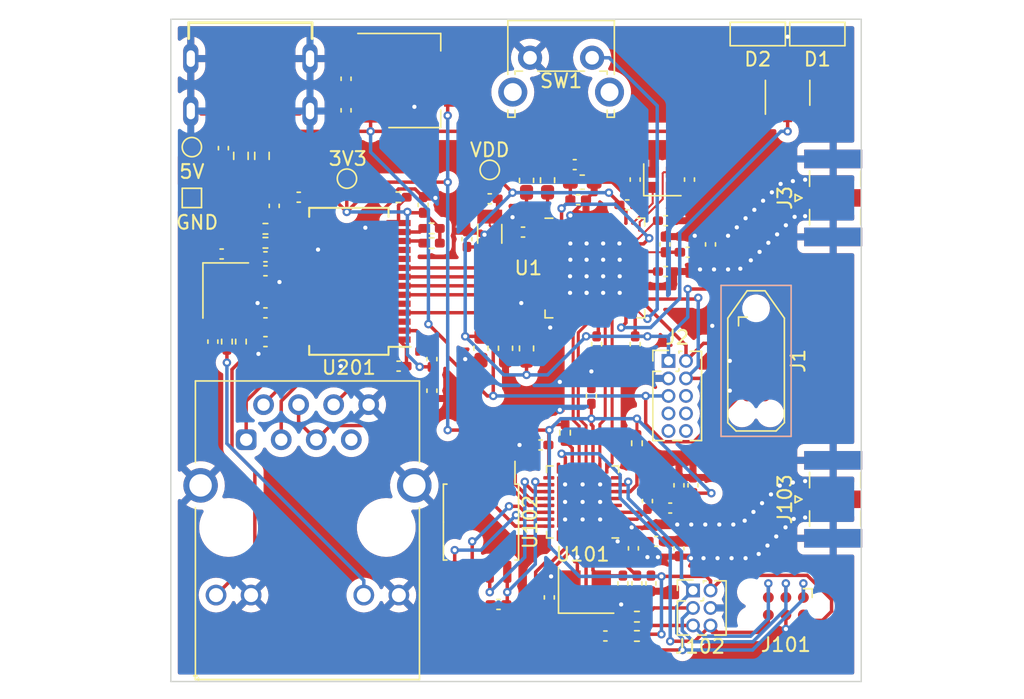
<source format=kicad_pcb>
(kicad_pcb (version 20211014) (generator pcbnew)
  (layers (0 "F.Cu" signal) (31 "B.Cu" signal) (35 "F.Paste" user) (37 "F.SilkS" user "F.Silkscreen") (38 "B.Mask" user) (39 "F.Mask" user) (44 "Edge.Cuts" user))
  (net 0 "")
  (net 1 "GND")
  (net 2 "Net-(J1-Pad10)")
  (net 3 "Net-(J1-Pad9)")
  (net 4 "Net-(J1-Pad8)")
  (net 5 "Net-(J1-Pad7)")
  (net 6 "Net-(J1-Pad6)")
  (net 7 "VDDH")
  (net 8 "Net-(J1-Pad4)")
  (net 9 "Net-(J1-Pad2)")
  (net 10 "VDD")
  (net 11 "Net-(U1-PadW24)")
  (net 12 "Net-(U1-PadU24)")
  (net 13 "Net-(U1-PadR24)")
  (net 14 "Net-(U1-PadL24)")
  (net 15 "Net-(U1-PadJ24)")
  (net 16 "Net-(U1-PadY23)")
  (net 17 "Net-(U1-PadV23)")
  (net 18 "Net-(U1-PadT23)")
  (net 19 "Net-(U1-PadP23)")
  (net 20 "Net-(U1-PadA20)")
  (net 21 "Net-(U1-PadA18)")
  (net 22 "Net-(U1-PadA16)")
  (net 23 "Net-(U1-PadA14)")
  (net 24 "Net-(U1-PadA12)")
  (net 25 "Net-(U1-PadA10)")
  (net 26 "Net-(U1-PadB19)")
  (net 27 "Net-(U1-PadB17)")
  (net 28 "Net-(U1-PadB15)")
  (net 29 "Net-(U1-PadB13)")
  (net 30 "Net-(U1-PadB11)")
  (net 31 "Net-(U1-PadB9)")
  (net 32 "Net-(U1-PadAC9)")
  (net 33 "Net-(U1-PadAC11)")
  (net 34 "Net-(U1-PadAD22)")
  (net 35 "Net-(U1-PadAD6)")
  (net 36 "Net-(U1-PadAD4)")
  (net 37 "Net-(U1-PadH2)")
  (net 38 "Net-(U1-PadK2)")
  (net 39 "Net-(U1-PadM2)")
  (net 40 "Net-(U1-PadP2)")
  (net 41 "Net-(U1-PadT2)")
  (net 42 "Net-(U1-PadA8)")
  (net 43 "Net-(L4-Pad2)")
  (net 44 "Net-(C3-Pad2)")
  (net 45 "Net-(C5-Pad2)")
  (net 46 "Net-(C9-Pad2)")
  (net 47 "Net-(C11-Pad2)")
  (net 48 "Net-(C15-Pad2)")
  (net 49 "Net-(C17-Pad1)")
  (net 50 "Net-(C18-Pad2)")
  (net 51 "Net-(L2-Pad1)")
  (net 52 "Net-(U1-PadAC5)")
  (net 53 "Net-(C4-Pad2)")
  (net 54 "BTN")
  (net 55 "Net-(C1-Pad2)")
  (net 56 "Net-(C2-Pad1)")
  (net 57 "Net-(U101-Pad22)")
  (net 58 "Net-(U101-Pad21)")
  (net 59 "Net-(U101-Pad19)")
  (net 60 "Net-(U101-Pad16)")
  (net 61 "Net-(U101-Pad8)")
  (net 62 "Net-(J101-Pad3)")
  (net 63 "Net-(U201-Pad10)")
  (net 64 "Net-(U201-Pad5)")
  (net 65 "Net-(U201-Pad3)")
  (net 66 "Net-(C211-Pad1)")
  (net 67 "Net-(C220-Pad1)")
  (net 68 "Net-(C221-Pad1)")
  (net 69 "Net-(D1-Pad4)")
  (net 70 "Net-(D1-Pad2)")
  (net 71 "Net-(D2-Pad2)")
  (net 72 "Net-(R201-Pad1)")
  (net 73 "Net-(R206-Pad2)")
  (net 74 "Net-(R207-Pad2)")
  (net 75 "INT_ENC")
  (net 76 "MISO_ENC")
  (net 77 "MOSI_ENC")
  (net 78 "SCK_ENC")
  (net 79 "CS_ENC")
  (net 80 "RX_ESP")
  (net 81 "TX_ESP")
  (net 82 "CTS_ESP")
  (net 83 "RTS_ESP")
  (net 84 "Net-(J2-Pad10)")
  (net 85 "Net-(J2-Pad9)")
  (net 86 "Net-(J2-Pad8)")
  (net 87 "Net-(J2-Pad7)")
  (net 88 "Net-(J2-Pad6)")
  (net 89 "Net-(J4-PadB5)")
  (net 90 "Net-(J4-PadA5)")
  (net 91 "Net-(L2-Pad2)")
  (net 92 "Net-(J201-Pad11)")
  (net 93 "Net-(J201-Pad9)")
  (net 94 "Net-(J201-Pad7)")
  (net 95 "Net-(J201-Pad6)")
  (net 96 "Net-(J201-Pad3)")
  (net 97 "Net-(J201-Pad2)")
  (net 98 "Net-(J201-Pad1)")
  (net 99 "VDD_LDO")
  (net 100 "Net-(U5-Pad1)")
  (net 101 "Net-(U1-PadAD8)")
  (net 102 "Net-(U1-PadG1)")
  (net 103 "Net-(U1-PadAD20)")
  (net 104 "EN_ESP")
  (net 105 "RX0_ESP")
  (net 106 "TX0_ESP")
  (net 107 "Net-(C101-Pad1)")
  (net 108 "Net-(C102-Pad1)")
  (net 109 "Net-(C107-Pad1)")
  (net 110 "Net-(C108-Pad1)")
  (net 111 "Net-(C109-Pad1)")
  (net 112 "BOOT_ESP")
  (net 113 "Net-(R108-Pad2)")
  (net 114 "Net-(R120-Pad1)")
  (net 115 "Net-(U101-Pad26)")
  (net 116 "Net-(U101-Pad25)")
  (net 117 "Net-(U101-Pad24)")
  (net 118 "Net-(U101-Pad23)")
  (net 119 "Net-(U101-Pad20)")
  (net 120 "Net-(U101-Pad5)")
  (net 121 "Net-(U101-Pad4)")
  (net 122 "Net-(C111-Pad2)")
  (footprint "Capacitor_SMD:C_0402_1005Metric_Pad0.74x0.62mm_HandSolder" (layer "F.Cu") (at 159.258 44.3905 90)
    (fp_text reference "C1")
    (fp_text value "12pF, NP0, 2%")
  )
  (footprint "Capacitor_SMD:C_0402_1005Metric_Pad0.74x0.62mm_HandSolder" (layer "F.Cu") (at 155.321 44.3905 90)
    (fp_text reference "C2")
    (fp_text value "12pF, NP0, 2%")
  )
  (footprint "Capacitor_SMD:C_0402_1005Metric_Pad0.74x0.62mm_HandSolder" (layer "F.Cu") (at 157.48 49.0895 -90)
    (fp_text reference "C3")
    (fp_text value "0.8pF, NP0, 10%")
  )
  (footprint "Capacitor_SMD:C_0402_1005Metric_Pad0.74x0.62mm_HandSolder" (layer "F.Cu") (at 160.782 49.0895 -90)
    (fp_text reference "C4")
    (fp_text value "0.5pF, NP0, 10%")
  )
  (footprint "Capacitor_SMD:C_0402_1005Metric_Pad0.74x0.62mm_HandSolder" (layer "F.Cu") (at 152.527 56.3205 -90)
    (fp_text reference "C7")
    (fp_text value "100nF, X7R, 10%")
  )
  (footprint "Capacitor_SMD:C_0402_1005Metric_Pad0.74x0.62mm_HandSolder" (layer "F.Cu") (at 155.321 56.3205 -90)
    (fp_text reference "C8")
    (fp_text value "100nF, X7R, 10%")
  )
  (footprint "Capacitor_SMD:C_0402_1005Metric_Pad0.74x0.62mm_HandSolder" (layer "F.Cu") (at 157.5395 51.054 180)
    (fp_text reference "C9")
    (fp_text value "820pF, NP0, 5%")
  )
  (footprint "Capacitor_SMD:C_0402_1005Metric_Pad0.74x0.62mm_HandSolder" (layer "F.Cu") (at 157.5395 47.371 180)
    (fp_text reference "C11")
    (fp_text value "100pF, NP0, 5%")
  )
  (footprint "Capacitor_SMD:C_0603_1608Metric_Pad1.08x0.95mm_HandSolder" (layer "F.Cu") (at 147.447 44.45 90)
    (fp_text reference "C14")
    (fp_text value "1.0uF, X7R, 10%")
  )
  (footprint "Capacitor_SMD:C_0603_1608Metric_Pad1.08x0.95mm_HandSolder" (layer "F.Cu") (at 151.4845 44.577 180)
    (fp_text reference "C15")
    (fp_text value "1.0uF, X7R, 10%")
  )
  (footprint "Capacitor_SMD:C_0402_1005Metric_Pad0.74x0.62mm_HandSolder" (layer "F.Cu") (at 151.1895 45.847)
    (fp_text reference "C16")
    (fp_text value "47nF, X7R, 10%")
  )
  (footprint "Inductor_SMD:L_0402_1005Metric_Pad0.77x0.64mm_HandSolder" (layer "F.Cu") (at 159.131 49.657)
    (fp_text reference "L1")
    (fp_text value "4.7nH, 5%")
  )
  (footprint "Inductor_SMD:L_0402_1005Metric_Pad0.77x0.64mm_HandSolder" (layer "F.Cu") (at 150.9405 43.307 180)
    (fp_text reference "L3")
    (fp_text value "15nH, 10%")
  )
  (footprint "Crystals:Crystal_SMD_2016-4Pin_2.0x1.6mm" (layer "F.Cu") (at 157.291 44.408)
    (fp_text reference "X1")
    (fp_text value "32MHz, 8pF, 40ppm")
  )
  (footprint "Inductor_SMD:L_0603_1608Metric_Pad1.05x0.95mm_HandSolder" (layer "F.Cu") (at 148.971 44.436 -90)
    (fp_text reference "L2")
    (fp_text value "10uH, 80mA, 20%")
  )
  (footprint "Capacitor_SMD:C_0402_1005Metric_Pad0.74x0.62mm_HandSolder" (layer "F.Cu") (at 143.129 48.7045 -90)
    (fp_text reference "C18")
    (fp_text value "12pF, NP0, 2%")
  )
  (footprint "Package_DFN_QFN:Nordic_AQFN-73-1EP_7x7mm_P0.5mm" (layer "F.Cu") (at 152.4 50.8)
    (fp_text reference "U1")
    (fp_text value "nRF52840")
  )
  (footprint "Capacitor_SMD:C_0402_1005Metric_Pad0.74x0.62mm_HandSolder" (layer "F.Cu") (at 147.193 48.1965)
    (fp_text reference "C5")
    (fp_text value "100nF, X7R, 10%")
  )
  (footprint "Capacitor_SMD:C_0402_1005Metric_Pad0.74x0.62mm_HandSolder" (layer "F.Cu") (at 144.78 45.7835 180)
    (fp_text reference "C17")
    (fp_text value "12pF, NP0, 2%")
  )
  (footprint "Crystals:Crystal_SMD_3215-2Pin_3.2x1.5mm" (layer "F.Cu") (at 144.78 48.3235 -90)
    (fp_text reference "X2")
    (fp_text value "32.768kHz, 9pF, 50ppm")
  )
  (footprint "Capacitor_SMD:C_0603_1608Metric_Pad1.08x0.95mm_HandSolder" (layer "F.Cu") (at 144.145 56.6155 -90)
    (fp_text reference "C6")
    (fp_text value "4.7uF, X7R, 10%")
  )
  (footprint "Capacitor_SMD:C_0603_1608Metric_Pad1.08x0.95mm_HandSolder" (layer "F.Cu") (at 145.923 56.6155 -90)
    (fp_text reference "C19")
    (fp_text value "4.7uF, X7R, 10%")
  )
  (footprint "Inductor_SMD:L_0603_1608Metric_Pad1.05x0.95mm_HandSolder" (layer "F.Cu") (at 147.447 56.628 90)
    (fp_text reference "L4")
    (fp_text value "10uH, 80mA, 20%")
  )
  (footprint "Capacitor_SMD:C_0402_1005Metric_Pad0.74x0.62mm_HandSolder" (layer "F.Cu") (at 154.7455 46.228)
    (fp_text reference "C12")
    (fp_text value "100nF, X7R, 10%")
  )
  (footprint "Capacitor_SMD:C_0402_1005Metric_Pad0.74x0.62mm_HandSolder" (layer "F.Cu") (at 128.524 56.134 180)
    (fp_text reference "C201")
    (fp_text value "100nF, X7R, 10%")
  )
  (footprint "Capacitor_SMD:C_0402_1005Metric_Pad0.74x0.62mm_HandSolder" (layer "F.Cu") (at 128.524 51.0032 180)
    (fp_text reference "C202")
    (fp_text value "100nF, X7R, 10%")
  )
  (footprint "Capacitor_SMD:C_0402_1005Metric_Pad0.74x0.62mm_HandSolder" (layer "F.Cu") (at 130.937 45.6692 180)
    (fp_text reference "C203")
    (fp_text value "100nF, X7R, 10%")
  )
  (footprint "Capacitor_SMD:C_0402_1005Metric_Pad0.74x0.62mm_HandSolder" (layer "F.Cu") (at 128.524 49.9872 180)
    (fp_text reference "C204")
    (fp_text value "100nF, X7R, 10%")
  )
  (footprint "Capacitor_SMD:C_0402_1005Metric_Pad0.74x0.62mm_HandSolder" (layer "F.Cu") (at 128.524 54.0512 180)
    (fp_text reference "C205")
    (fp_text value "100nF, X7R, 10%")
  )
  (footprint "Capacitor_SMD:C_0402_1005Metric_Pad0.74x0.62mm_HandSolder" (layer "F.Cu") (at 129.159 46.2955 90)
    (fp_text reference "C206")
    (fp_text value "10nF, 10%")
  )
  (footprint "Capacitor_SMD:C_0402_1005Metric_Pad0.74x0.62mm_HandSolder" (layer "F.Cu") (at 139.954 46.228 90)
    (fp_text reference "C207")
    (fp_text value "10nF, 10%")
  )
  (footprint "Capacitor_SMD:C_0402_1005Metric_Pad0.74x0.62mm_HandSolder" (layer "F.Cu") (at 140.589 57.404 90)
    (fp_text reference "C208")
    (fp_text value "100nF, X7R, 10%")
  )
  (footprint "Capacitor_SMD:C_0402_1005Metric_Pad0.74x0.62mm_HandSolder" (layer "F.Cu") (at 140.589 59.69 -90)
    (fp_text reference "C209")
    (fp_text value "100nF, X7R, 10%")
  )
  (footprint "Capacitor_SMD:C_0402_1005Metric_Pad0.74x0.62mm_HandSolder" (layer "F.Cu") (at 138.176 57.912 180)
    (fp_text reference "C211")
    (fp_text value "10uF, 20%")
  )
  (footprint "Capacitor_SMD:C_0402_1005Metric_Pad0.74x0.62mm_HandSolder" (layer "F.Cu") (at 124.714 56.134 -90)
    (fp_text reference "C220")
    (fp_text value "20pF")
  )
  (footprint "Capacitor_SMD:C_0402_1005Metric_Pad0.74x0.62mm_HandSolder" (layer "F.Cu") (at 125.349 49.784)
    (fp_text reference "C221")
    (fp_text value "20pF")
  )
  (footprint "Resistor_SMD:R_0402_1005Metric_Pad0.72x0.64mm_HandSolder" (layer "F.Cu") (at 138.1627 45.6692 180)
    (fp_text reference "R201")
    (fp_text value "2.32k, 1%")
  )
  (footprint "Resistor_SMD:R_0402_1005Metric_Pad0.72x0.64mm_HandSolder" (layer "F.Cu") (at 128.524 48.9712)
    (fp_text reference "R202")
    (fp_text value "50R, 1%")
  )
  (footprint "Resistor_SMD:R_0402_1005Metric_Pad0.72x0.64mm_HandSolder" (layer "F.Cu") (at 128.524 47.9552)
    (fp_text reference "R203")
    (fp_text value "50R, 1%")
  )
  (footprint "Resistor_SMD:R_0402_1005Metric_Pad0.72x0.64mm_HandSolder" (layer "F.Cu") (at 140.5642 47.9298 180)
    (fp_text reference "R204")
    (fp_text value "50R, 1%")
  )
  (footprint "Resistor_SMD:R_0402_1005Metric_Pad0.72x0.64mm_HandSolder" (layer "F.Cu") (at 140.5642 48.9966 180)
    (fp_text reference "R205")
    (fp_text value "50R, 1%")
  )
  (footprint "Resistor_SMD:R_0402_1005Metric_Pad0.72x0.64mm_HandSolder" (layer "F.Cu") (at 126.746 56.134 90)
    (fp_text reference "R206")
    (fp_text value "330R")
  )
  (footprint "Resistor_SMD:R_0402_1005Metric_Pad0.72x0.64mm_HandSolder" (layer "F.Cu") (at 125.73 56.134 90)
    (fp_text reference "R207")
    (fp_text value "330R")
  )
  (footprint "Package_SO:SSOP-28_5.3x10.2mm_P0.65mm" (layer "F.Cu") (at 134.5692 51.7652 180)
    (fp_text reference "U201")
    (fp_text value "ENC28J60x-SS")
  )
  (footprint "Crystal:Crystal_SMD_3225-4Pin_3.2x2.5mm" (layer "F.Cu") (at 125.642 52.4305 -90)
    (fp_text reference "X201")
    (fp_text value "25MHz, 15/16pF")
  )
  (footprint "Capacitor_SMD:C_0402_1005Metric_Pad0.74x0.62mm_HandSolder" (layer "F.Cu") (at 159.512 66.548 90)
    (fp_text reference "C105")
    (fp_text value "10uF, 20%")
  )
  (footprint "Capacitor_SMD:C_0402_1005Metric_Pad0.74x0.62mm_HandSolder" (layer "F.Cu") (at 158.496 66.548 90)
    (fp_text reference "C106")
    (fp_text value "100nF, X7R, 10%")
  )
  (footprint "Capacitor_SMD:C_0402_1005Metric_Pad0.74x0.62mm_HandSolder" (layer "F.Cu") (at 156.21 67.691 90)
    (fp_text reference "C107")
    (fp_text value "100nF, X7R, 10%")
  )
  (footprint "Capacitor_SMD:C_0402_1005Metric_Pad0.74x0.62mm_HandSolder" (layer "F.Cu") (at 148.463 63.627)
    (fp_text reference "C110")
    (fp_text value "100nF, X7R, 10%")
  )
  (footprint "Capacitor_SMD:C_0402_1005Metric_Pad0.74x0.62mm_HandSolder" (layer "F.Cu") (at 158.496 71.12 -90)
    (fp_text reference "C108")
    (fp_text value "2.0pF")
  )
  (footprint "Capacitor_SMD:C_0402_1005Metric_Pad0.74x0.62mm_HandSolder" (layer "F.Cu") (at 155.194 71.12 -90)
    (fp_text reference "C109")
    (fp_text value "1.5pF")
  )
  (footprint "Capacitor_SMD:C_0402_1005Metric_Pad0.74x0.62mm_HandSolder" (layer "F.Cu") (at 145.415 75.184)
    (fp_text reference "C111")
    (fp_text value "1uF, 20%")
  )
  (footprint "Capacitor_SMD:C_0402_1005Metric_Pad0.74x0.62mm_HandSolder" (layer "F.Cu") (at 152.146 60.071 -90)
    (fp_text reference "C112")
    (fp_text value "100nF, X7R, 10%")
  )
  (footprint "Inductor_SMD:L_0402_1005Metric_Pad0.77x0.64mm_HandSolder" (layer "F.Cu") (at 156.845 70.612 180)
    (fp_text reference "L102")
    (fp_text value "3.9nH")
  )
  (footprint "Button_Switch_THT:SW_Tactile_SPST_Angled_PTS645Vx31-2LFS" (layer "F.Cu") (at 147.701 35.56)
    (fp_text reference "SW1")
    (fp_text value "SW_Push")
  )
  (footprint "Capacitor_SMD:C_0402_1005Metric_Pad0.74x0.62mm_HandSolder" (layer "F.Cu") (at 134.366 39.37 -90)
    (fp_text reference "C51")
    (fp_text value "10uF, 20%")
  )
  (footprint "Capacitor_SMD:C_0402_1005Metric_Pad0.74x0.62mm_HandSolder" (layer "F.Cu") (at 134.366 37.084 90)
    (fp_text reference "C52")
    (fp_text value "10uF, 20%")
  )
  (footprint "Package_TO_SOT_SMD:SOT-223-3_TabPin2" (layer "F.Cu") (at 139.319 37.211)
    (fp_text reference "U2")
    (fp_text value "LM1117-3.3")
  )
  (footprint "USB-C:GCT_USB4125-GF-A_REVA" (layer "F.Cu") (at 127.4318 39.4208 180)
    (fp_text reference "J4")
    (fp_text value "USB4125-GF-A_REVA")
  )
  (footprint "TestPoint:TestPoint_Pad_1.0x1.0mm" (layer "F.Cu") (at 123.19 45.72)
    (fp_text reference "GND")
    (fp_text value "TestPoint_Small")
  )
  (footprint "Resistor_SMD:R_0603_1608Metric_Pad0.98x0.95mm_HandSolder" (layer "F.Cu") (at 128.27 42.672 -90)
    (fp_text reference "R1")
    (fp_text value "5.1k, 10%")
  )
  (footprint "Resistor_SMD:R_0603_1608Metric_Pad0.98x0.95mm_HandSolder" (layer "F.Cu") (at 126.746 42.672 -90)
    (fp_text reference "R2")
    (fp_text value "5.1k, 10%")
  )
  (footprint "Capacitor_SMD:C_0402_1005Metric_Pad0.74x0.62mm_HandSolder" (layer "F.Cu") (at 125.476 42.1132 90)
    (fp_text reference "C50")
    (fp_text value "10uF, 20%")
  )
  (footprint "RJ45_Hanrun_HR911105A:RJ45_Hanrun_HR911105A" (layer "F.Cu") (at 127.127 63.246)
    (fp_text reference "J201")
    (fp_text value "RJ45_Hanrun_HR911105A")
  )
  (footprint "TestPoint:TestPoint_Pad_D1.0mm" (layer "F.Cu") (at 123.19 42.037)
    (fp_text reference "5V")
    (fp_text value "TestPoint_Small")
  )
  (footprint "Resistor_SMD:R_0402_1005Metric_Pad0.72x0.64mm_HandSolder" (layer "F.Cu") (at 155.448 63.5 -90)
    (fp_text reference "R108")
    (fp_text value "10k, 1%")
  )
  (footprint "Connector:Tag-Connect_TC2030-IDC-NL_2x03_P1.27mm_Vertical" (layer "F.Cu") (at 166.243 75.311 180)
    (fp_text reference "J101")
    (fp_text value "Conn_02x03_Odd_Even")
  )
  (footprint "Connector_PinHeader_1.27mm:PinHeader_2x03_P1.27mm_Vertical" (layer "F.Cu") (at 159.512 74.168)
    (fp_text reference "J102")
    (fp_text value "Conn_02x03_Odd_Even")
  )
  (footprint "Crystal:Crystal_SMD_3225-4Pin_3.2x2.5mm" (layer "F.Cu") (at 151.765 74.168)
    (fp_text reference "Y101")
    (fp_text value "40MHz, 15pF, 10ppm")
  )
  (footprint "Resistor_SMD:R_0402_1005Metric_Pad0.72x0.64mm_HandSolder" (layer "F.Cu") (at 155.448 76.073 180)
    (fp_text reference "R102")
    (fp_text value "499R, 1%, 1/20W")
  )
  (footprint "Capacitor_SMD:C_0402_1005Metric_Pad0.74x0.62mm_HandSolder" (layer "F.Cu") (at 154.432 73.66 -90)
    (fp_text reference "C101")
    (fp_text value "20pF")
  )
  (footprint "Capacitor_SMD:C_0402_1005Metric_Pad0.74x0.62mm_HandSolder" (layer "F.Cu") (at 149.098 74.676 90)
    (fp_text reference "C102")
    (fp_text value "20pF")
  )
  (footprint "Capacitor_SMD:C_0402_1005Metric_Pad0.74x0.62mm_HandSolder" (layer "F.Cu") (at 156.464 73.66 90)
    (fp_text reference "C103")
    (fp_text value "1uF, 20%")
  )
  (footprint "Capacitor_SMD:C_0402_1005Metric_Pad0.74x0.62mm_HandSolder" (layer "F.Cu") (at 155.448 73.66 90)
    (fp_text reference "C104")
    (fp_text value "10nF, 10%")
  )
  (footprint "SMA_EdgeMount:SMA_EdgeMount" (layer "F.Cu") (at 169.672 67.564 90)
    (fp_text reference "J103")
    (fp_text value "Conn_Coaxial")
  )
  (footprint "Capacitor_SMD:C_0402_1005Metric_Pad0.74x0.62mm_HandSolder" (layer "F.Cu") (at 153.162 77.47 180)
    (fp_text reference "C150")
    (fp_text value "1uF, 20%")
  )
  (footprint "Resistor_SMD:R_0402_1005Metric_Pad0.72x0.64mm_HandSolder" (layer "F.Cu") (at 155.448 77.47 180)
    (fp_text reference "R150")
    (fp_text value "10k, 1%")
  )
  (footprint "TestPoint:TestPoint_Pad_D1.0mm" (layer "F.Cu") (at 134.4295 44.323)
    (fp_text reference "3V3")
    (fp_text value "TestPoint_Small")
  )
  (footprint "Connector_PinHeader_1.27mm:PinHeader_2x05_P1.27mm_Vertical" (layer "F.Cu") (at 157.734 57.531)
    (fp_text reference "J2")
    (fp_text value "Conn_02x05_Odd_Even")
  )
  (footprint "SMA_EdgeMount:SMA_EdgeMount" (layer "F.Cu") (at 169.672 45.72 90)
    (fp_text reference "J3")
    (fp_text value "Conn_Coaxial")
  )
  (footprint "Package_TO_SOT_SMD:SOT-23-5_HandSoldering" (layer "F.Cu") (at 166.37 38.1 90)
    (fp_text reference "U5")
    (fp_text value "SN74LV1T34DBV")
  )
  (footprint "WS2812B_4020:WS2812B_4020" (layer "F.Cu") (at 164.206 33.64)
    (fp_text reference "D2")
    (fp_text value "WS2812B")
  )
  (footprint "WS2812B_4020:WS2812B_4020" (layer "F.Cu") (at 168.524 33.64)
    (fp_text reference "D1")
    (fp_text value "WS2812B")
  )
  (footprint "Connector:Tag-Connect_TC2050-IDC-NL_2x05_P1.27mm_Vertical_with_bottom_clip" (layer "F.Cu") (at 164.084 57.531 -90)
    (fp_text reference "J1")
    (fp_text value "Conn_02x05_Counter_Clockwise")
  )
  (footprint "Inductor_SMD:L_0402_1005Metric_Pad0.77x0.64mm_HandSolder" (layer "F.Cu") (at 157.861 68.199)
    (fp_text reference "L101")
    (fp_text value "2.0nH, (0.1nH), 450mA")
  )
  (footprint "TestPoint:TestPoint_Pad_D1.0mm" (layer "F.Cu") (at 144.78 43.688)
    (fp_text reference "VDD")
    (fp_text value "TestPoint_Small")
  )
  (footprint "Resistor_SMD:R_0402_1005Metric_Pad0.72x0.64mm_HandSolder" (layer "F.Cu") (at 150.241 62.738 90)
    (fp_text reference "R120")
    (fp_text value "10k, 1%")
  )
  (footprint "Package_SO:SOP-8_5.28x5.23mm_P1.27mm" (layer "F.Cu") (at 144.145 69.215 -90)
    (fp_text reference "U102")
    (fp_text value "MX25R3235FM2xx1")
  )
  (footprint "Package_DFN_QFN:QFN-32-1EP_5x5mm_P0.5mm_EP3.7x3.7mm" (layer "F.Cu") (at 151.511 67.75704 180)
    (fp_text reference "U101")
    (fp_text value "esp32-c3")
  )
  (gr_line (start 121.666 32.766) (end 171.704 32.766) (layer "Edge.Cuts") (width 0.1))
  (gr_line (start 171.704 80.772) (end 121.666 80.772) (layer "Edge.Cuts") (width 0.1))
  (gr_line (start 121.666 80.772) (end 121.666 32.766) (layer "Edge.Cuts") (width 0.1))
  (gr_line (start 171.704 32.766) (end 171.704 80.772) (layer "Edge.Cuts") (width 0.1))
  (segment (start 137.6085 57.912) (end 137.016831 57.320331) (width 0.249936) (layer "F.Cu") (net 1))
  (segment (start 137.016831 57.320331) (end 137.016831 55.367633) (width 0.249936) (layer "F.Cu") (net 1))
  (segment (start 137.016831 55.367633) (end 137.044264 55.3402) (width 0.249936) (layer "F.Cu") (net 1))
  (segment (start 140.589 56.8365) (end 140.589 56.469) (width 0.249936) (layer "F.Cu") (net 1))
  (segment (start 140.589 56.469) (end 139.4602 55.3402) (width 0.249936) (layer "F.Cu") (net 1))
  (segment (start 139.4602 55.3402) (end 138.1692 55.3402) (width 0.249936) (layer "F.Cu") (net 1))
  (segment (start 129.54 51.816) (end 128.7693 51.816) (width 0.249936) (layer "F.Cu") (net 1))
  (segment (start 128.7693 51.816) (end 127.9565 51.0032) (width 0.249936) (layer "F.Cu") (net 1))
  (segment (start 127.9525 53.34) (end 127.9525 54.0472) (width 0.249936) (layer "F.Cu") (net 1))
  (segment (start 127.9525 54.0472) (end 127.9565 54.0512) (width 0.249936) (layer "F.Cu") (net 1))
  (segment (start 137.5652 45.6692) (end 138.162578 45.071822) (width 0.249936) (layer "F.Cu") (net 1))
  (segment (start 138.162578 45.071822) (end 139.365322 45.071822) (width 0.249936) (layer "F.Cu") (net 1))
  (segment (start 139.365322 45.071822) (end 139.954 45.6605) (width 0.249936) (layer "F.Cu") (net 1))
  (segment (start 137.4989 57.8946) (end 137.6085 57.785) (width 0.249936) (layer "F.Cu") (net 1))
  (segment (start 129.8142 52.0902) (end 129.54 51.816) (width 0.249936) (layer "F.Cu") (net 1))
  (segment (start 130.9692 52.0902) (end 129.8142 52.0902) (width 0.249936) (layer "F.Cu") (net 1))
  (segment (start 129.9158 51.4402) (end 129.54 51.816) (width 0.249936) (layer "F.Cu") (net 1))
  (segment (start 130.9692 51.4402) (end 129.9158 51.4402) (width 0.249936) (layer "F.Cu") (net 1))
  (segment (start 136.779 55.074936) (end 136.779 52.451) (width 0.249936) (layer "F.Cu") (net 1))
  (segment (start 137.044264 55.3402) (end 136.779 55.074936) (width 0.249936) (layer "F.Cu") (net 1))
  (segment (start 138.1692 55.3402) (end 137.044264 55.3402) (width 0.249936) (layer "F.Cu") (net 1))
  (segment (start 138.1692 49.4902) (end 137.219935 49.4902) (width 0.249936) (layer "F.Cu") (net 1))
  (segment (start 137.219935 49.4902) (end 136.779 49.931135) (width 0.249936) (layer "F.Cu") (net 1))
  (segment (start 136.779 49.931135) (end 136.779 52.451) (width 0.249936) (layer "F.Cu") (net 1))
  (segment (start 132.334 49.465915) (end 130.993485 49.465915) (width 0.249936) (layer "F.Cu") (net 1))
  (segment (start 130.993485 49.465915) (end 130.9692 49.4902) (width 0.249936) (layer "F.Cu") (net 1))
  (segment (start 166.243 76.962) (end 166.243 75.946) (width 0.249936) (layer "F.Cu") (net 1))
  (segment (start 155.5075 74.041) (end 155.448 73.9815) (width 0.249936) (layer "F.Cu") (net 1))
  (segment (start 167.249 34.29) (end 166.624 34.29) (width 0.249936) (layer "F.Cu") (net 1))
  (segment (start 166.624 34.29) (end 166.37 34.036) (width 0.249936) (layer "F.Cu") (net 1))
  (segment (start 151.13 72.853) (end 150.665 73.318) (width 0.249936) (layer "F.Cu") (net 1))
  (segment (start 150.622 46.99) (end 150.622 46.982) (width 0.249936) (layer "F.Cu") (net 1))
  (segment (start 150.622 47.595224) (end 150.622 46.99) (width 0.145034) (layer "F.Cu") (net 1))
  (segment (start 144.071 57.404) (end 144.145 57.478) (width 0.249936) (layer "F.Cu") (net 1))
  (segment (start 143.129 48.137) (end 144.149 48.137) (width 0.249936) (layer "F.Cu") (net 1))
  (segment (start 152.146 58.293) (end 152.146 57.269) (width 0.249936) (layer "F.Cu") (net 1))
  (segment (start 163.449 57.531) (end 162.179 57.531) (width 0.249936) (layer "F.Cu") (net 1))
  (segment (start 150.499 73.152) (end 150.665 73.318) (width 0.249936) (layer "F.Cu") (net 1))
  (segment (start 155.321 43.823) (end 153.101 43.823) (width 0.249936) (layer "F.Cu") (net 1))
  (segment (start 150.622 46.982) (end 151.757 45.847) (width 0.249936) (layer "F.Cu") (net 1))
  (segment (start 126.8193 51.0032) (end 126.492 51.3305) (width 0.249936) (layer "F.Cu") (net 1))
  (segment (start 153.101 43.823) (end 152.347 44.577) (width 0.249936) (layer "F.Cu") (net 1))
  (segment (start 155.067 69.596) (end 158.1658 69.596) (width 0.249936) (layer "F.Cu") (net 1))
  (segment (start 137.5652 45.6692) (end 137.5652 46.0768) (width 0.249936) (layer "F.Cu") (net 1))
  (segment (start 154.456 49.3) (end 154.178 49.022) (width 0.249936) (layer "F.Cu") (net 1))
  (segment (start 149.65 54.05) (end 150.050082 53.649918) (width 0.145034) (layer "F.Cu") (net 1))
  (segment (start 128.016 57.023) (end 128.016 56.1935) (width 0.249936) (layer "F.Cu") (net 1))
  (segment (start 155.194 71.6875) (end 155.1265 71.6875) (width 0.249936) (layer "F.Cu") (net 1))
  (segment (start 149.1615 55.118) (end 149.1615 54.5385) (width 0.249936) (layer "F.Cu") (net 1))
  (segment (start 127.9565 51.0032) (end 126.8193 51.0032) (width 0.249936) (layer "F.Cu") (net 1))
  (segment (start 128.016 56.1935) (end 127.9565 56.134) (width 0.249936) (layer "F.Cu") (net 1))
  (segment (start 155.1265 71.6875) (end 154.051 70.612) (width 0.249936) (layer "F.Cu") (net 1))
  (segment (start 149.225 73.152) (end 150.499 73.152) (width 0.249936) (layer "F.Cu") (net 1))
  (segment (start 151.13 71.755) (end 151.13 72.853) (width 0.249936) (layer "F.Cu") (net 1))
  (segment (start 154.305 75.184) (end 153.031 75.184) (width 0.249936) (layer "F.Cu") (net 1))
  (segment (start 152.347 44.577) (end 152.347 45.257) (width 0.249936) (layer "F.Cu") (net 1))
  (segment (start 150.9 48.05) (end 150.9 47.873224) (width 0.145034) (layer "F.Cu") (net 1))
  (segment (start 146.6255 48.1965) (end 146.6255 47.3115) (width 0.249936) (layer "F.Cu") (net 1))
  (segment (start 152.347 45.257) (end 151.757 45.847) (width 0.249936) (layer "F.Cu") (net 1))
  (segment (start 150.9 48.744) (end 150.622 49.022) (width 0.249936) (layer "F.Cu") (net 1))
  (segment (start 152.146 57.269) (end 152.527 56.888) (width 0.249936) (layer "F.Cu") (net 1))
  (segment (start 158.1658 69.596) (end 158.369 69.3928) (width 0.249936) (layer "F.Cu") (net 1))
  (segment (start 152.347 44.577) (end 153.662 44.577) (width 0.249936) (layer "F.Cu") (net 1))
  (segment (start 137.5652 46.0768) (end 135.763 47.879) (width 0.249936) (layer "F.Cu") (net 1))
  (segment (start 154.305 75.184) (end 154.305 74.3545) (width 0.249936) (layer "F.Cu") (net 1))
  (segment (start 144.149 48.137) (end 144.399 48.387) (width 0.249936) (layer "F.Cu") (net 1))
  (segment (start 153.662 44.577) (end 155.313 46.228) (width 0.249936) (layer "F.Cu") (net 1))
  (segment (start 155.15 49.3) (end 154.456 49.3) (width 0.249936) (layer "F.Cu") (net 1))
  (segment (start 140.843 45.72) (end 140.0135 45.72) (width 0.249936) (layer "F.Cu") (net 1))
  (segment (start 149.225 73.152) (end 149.225 73.9815) (width 0.249936) (layer "F.Cu") (net 1))
  (segment (start 150.9 47.873224) (end 150.622 47.595224) (width 0.145034) (layer "F.Cu") (net 1))
  (segment (start 149.225 73.9815) (end 149.098 74.1085) (width 0.249936) (layer "F.Cu") (net 1))
  (segment (start 143.002 57.404) (end 144.071 57.404) (width 0.249936) (layer "F.Cu") (net 1))
  (segment (start 153.031 75.184) (end 152.865 75.018) (width 0.249936) (layer "F.Cu") (net 1))
  (segment (start 149.1615 54.5385) (end 149.65 54.05) (width 0.249936) (layer "F.Cu") (net 1))
  (segment (start 150.9 48.05) (end 150.9 48.744) (width 0.249936) (layer "F.Cu") (net 1))
  (segment (start 146.6255 47.3115) (end 146.431 47.117) (width 0.249936) (layer "F.Cu") (net 1))
  (segment (start 150.050082 53.149918) (end 150.6 52.6) (width 0.145034) (layer "F.Cu") (net 1))
  (segment (start 154.305 74.3545) (end 154.432 74.2275) (width 0.249936) (layer "F.Cu") (net 1))
  (segment (start 150.050082 53.649918) (end 150.050082 53.149918) (width 0.145034) (layer "F.Cu") (net 1))
  (segment (start 140.0135 45.72) (end 139.954 45.6605) (width 0.249936) (layer "F.Cu") (net 1))
  (via (at 151.8 49.022) (size 0.6096) (drill 0.3048) (layers "F.Cu" "B.Cu") (net 1))
  (via (at 150.622 50.2) (size 0.6096) (drill 0.3048) (layers "F.Cu" "B.Cu") (net 1))
  (via (at 150.6 51.4) (size 0.6096) (drill 0.3048) (layers "F.Cu" "B.Cu") (net 1))
  (via (at 150.6 52.6) (size 0.6096) (drill 0.3048) (layers "F.Cu" "B.Cu") (net 1))
  (via (at 151.8 50.2) (size 0.6096) (drill 0.3048) (layers "F.Cu" "B.Cu") (net 1))
  (via (at 151.8 51.4) (size 0.6096) (drill 0.3048) (layers "F.Cu" "B.Cu") (net 1))
  (via (at 151.8 52.6) (size 0.6096) (drill 0.3048) (layers "F.Cu" "B.Cu") (net 1))
  (via (at 151.8 52.6) (size 0.6096) (drill 0.3048) (layers "F.Cu" "B.Cu") (net 1))
  (via (at 153 52.6) (size 0.6096) (drill 0.3048) (layers "F.Cu" "B.Cu") (net 1))
  (via (at 153 51.4) (size 0.6096) (drill 0.3048) (layers "F.Cu" "B.Cu") (net 1))
  (via (at 153 50.2) (size 0.6096) (drill 0.3048) (layers "F.Cu" "B.Cu") (net 1))
  (via (at 154.2 50.2) (size 0.6096) (drill 0.3048) (layers "F.Cu" "B.Cu") (net 1))
  (via (at 154.2 51.4) (size 0.6096) (drill 0.3048) (layers "F.Cu" "B.Cu") (net 1))
  (via (at 154.2 52.6) (size 0.6096) (drill 0.3048) (layers "F.Cu" "B.Cu") (net 1))
  (via (at 150.622 46.99) (size 0.6096) (drill 0.3048) (layers "F.Cu" "B.Cu") (net 1))
  (via (at 146.431 47.117) (size 0.6096) (drill 0.3048) (layers "F.Cu" "B.Cu") (net 1))
  (via (at 143.002 57.404) (size 0.6096) (drill 0.3048) (layers "F.Cu" "B.Cu") (net 1))
  (via (at 149.1615 55.118) (size 0.6096) (drill 0.3048) (layers "F.Cu" "B.Cu") (net 1))
  (via (at 152.146 58.293) (size 0.6096) (drill 0.3048) (layers "F.Cu" "B.Cu") (net 1))
  (via (at 140.843 45.72) (size 0.6096) (drill 0.3048) (layers "F.Cu" "B.Cu") (net 1))
  (via (at 135.763 47.879) (size 0.6096) (drill 0.3048) (layers "F.Cu" "B.Cu") (net 1))
  (via (at 128.016 57.023) (size 0.6096) (drill 0.3048) (layers "F.Cu" "B.Cu") (net 1))
  (via (at 127.9525 53.34) (size 0.6096) (drill 0.3048) (layers "F.Cu" "B.Cu") (net 1))
  (via (at 133.985 57.912) (size 0.6096) (drill 0.3048) (layers "F.Cu" "B.Cu") (net 1))
  (via (at 129.54 51.816) (size 0.6096) (drill 0.3048) (layers "F.Cu" "B.Cu") (net 1))
  (via (at 132.334 49.465915) (size 0.6096) (drill 0.3048) (layers "F.Cu" "B.Cu") (net 1))
  (via (at 160.274 71.8312) (size 0.6096) (drill 0.3048) (layers "F.Cu" "B.Cu") (net 1))
  (via (at 165.1635 67.2084) (size 0.6096) (drill 0.3048) (layers "F.Cu" "B.Cu") (net 1))
  (via (at 164.5158 67.8434) (size 0.6096) (drill 0.3048) (layers "F.Cu" "B.Cu") (net 1))
  (via (at 165.5445 70.2564) (size 0.6096) (drill 0.3048) (layers "F.Cu" "B.Cu") (net 1))
  (via (at 164.9095 70.9168) (size 0.6096) (drill 0.3048) (layers "F.Cu" "B.Cu") (net 1))
  (via (at 167.64 66.2432) (size 0.6096) (drill 0.3048) (layers "F.Cu" "B.Cu") (net 1))
  (via (at 166.878 47.0916) (size 0.6096) (drill 0.3048) (layers "F.Cu" "B.Cu") (net 1))
  (via (at 164.592 45.9232) (size 0.6096) (drill 0.3048) (layers "F.Cu" "B.Cu") (net 1))
  (via (at 166.243 47.7012) (size 0.6096) (drill 0.3048) (layers "F.Cu" "B.Cu") (net 1))
  (via (at 167.64 44.3992) (size 0.6096) (drill 0.3048) (layers "F.Cu" "B.Cu") (net 1))
  (via (at 166.751 44.5008) (size 0.6096) (drill 0.3048) (layers "F.Cu" "B.Cu") (net 1))
  (via (at 164.973 48.9712) (size 0.6096) (drill 0.3048) (layers "F.Cu" "B.Cu") (net 1))
  (via (at 162.941 50.8508) (size 0.6096) (drill 0.3048) (layers "F.Cu" "B.Cu") (net 1))
  (via (at 164.338 49.6316) (size 0.6096) (drill 0.3048) (layers "F.Cu" "B.Cu") (net 1))
  (via (at 165.862 44.704) (size 0.6096) (drill 0.3048) (layers "F.Cu" "B.Cu") (net 1))
  (via (at 165.608 48.3616) (size 0.6096) (drill 0.3048) (layers "F.Cu" "B.Cu") (net 1))
  (via (at 161.036 50.9016) (size 0.6096) (drill 0.3048) (layers "F.Cu" "B.Cu") (net 1))
  (via (at 167.64 68.8848) (size 0.6096) (drill 0.3048) (layers "F.Cu" "B.Cu") (net 1))
  (via (at 149.86 61.087) (size 0.6096) (drill 0.3048) (layers "F.Cu" "B.Cu") (net 1))
  (via (at 160.02 50.9016) (size 0.6096) (drill 0.3048) (layers "F.Cu" "B.Cu") (net 1))
  (via (at 166.243 76.962) (size 0.6096) (drill 0.3048) (layers "F.Cu" "B.Cu") (net 1))
  (via (at 160.401 69.3928) (size 0.6096) (drill 0.3048) (layers "F.Cu" "B.Cu") (net 1))
  (via (at 159.385 69.3928) (size 0.6096) (drill 0.3048) (layers "F.Cu" "B.Cu") (net 1))
  (via (at 166.751 66.3448) (size 0.6096) (drill 0.3048) (layers "F.Cu" "B.Cu") (net 1))
  (via (at 161.417 69.3928) (size 0.6096) (drill 0.3048) (layers "F.Cu" "B.Cu") (net 1))
  (via (at 163.2585 69.1134) (size 0.6096) (drill 0.3048) (layers "F.Cu" "B.Cu") (net 1))
  (via (at 163.8935 68.4784) (size 0.6096) (drill 0.3048) (layers "F.Cu" "B.Cu") (net 1))
  (via (at 161.29 71.8312) (size 0.6096) (drill 0.3048) (layers "F.Cu" "B.Cu") (net 1))
  (via (at 162.306 71.8312) (size 0.6096) (drill 0.3048) (layers "F.Cu" "B.Cu") (net 1))
  (via (at 165.7985 66.5734) (size 0.6096) (drill 0.3048) (layers "F.Cu" "B.Cu") (net 1))
  (via (at 163.322 71.8312) (size 0.6096) (drill 0.3048) (layers "F.Cu" "B.Cu") (net 1))
  (via (at 158.369 69.3928) (size 0.6096) (drill 0.3048) (layers "F.Cu" "B.Cu") (net 1))
  (via (at 149.225 73.152) (size 0.6096) (drill 0.3048) (layers "F.Cu" "B.Cu") (net 1))
  (via (at 154.305 75.184) (size 0.6096) (drill 0.3048) (layers "F.Cu" "B.Cu") (net 1))
  (via (at 167.64 47.0408) (size 0.6096) (drill 0.3048) (layers "F.Cu" "B.Cu") (net 1))
  (via (at 162.052 48.4632) (size 0.6096) (drill 0.3048) (layers "F.Cu" "B.Cu") (net 1))
  (via (at 163.957 46.5836) (size 0.6096) (drill 0.3048) (layers "F.Cu" "B.Cu") (net 1))
  (via (at 163.322 47.1932) (size 0.6096) (drill 0.3048) (layers "F.Cu" "B.Cu") (net 1))
  (via (at 165.227 45.3136) (size 0.6096) (drill 0.3048) (layers "F.Cu" "B.Cu") (net 1))
  (via (at 162.687 47.8536) (size 0.6096) (drill 0.3048) (layers "F.Cu" "B.Cu") (net 1))
  (via (at 162.433 69.3928) (size 0.6096) (drill 0.3048) (layers "F.Cu" "B.Cu") (net 1))
  (via (at 149.86 59.055) (size 0.6096) (drill 0.3048) (layers "F.Cu" "B.Cu") (net 1))
  (via (at 166.37 34.036) (size 0.6096) (drill 0.3048) (layers "F.Cu" "B.Cu") (net 1))
  (via (at 160.909 54.991) (size 0.6096) (drill 0.3048) (layers "F.Cu" "B.Cu") (net 1))
  (via (at 156.972 71.755) (size 0.6096) (drill 0.3048) (layers "F.Cu" "B.Cu") (net 1))
  (via (at 162.179 59.69) (size 0.6096) (drill 0.3048) (layers "F.Cu" "B.Cu") (net 1))
  (via (at 151.511 67.7545) (size 0.6096) (drill 0.3048) (layers "F.Cu" "B.Cu") (net 1))
  (via (at 159.3596 71.8312) (size 0.6096) (drill 0.3048) (layers "F.Cu" "B.Cu") (net 1))
  (via (at 144.399 48.387) (size 0.6096) (drill 0.3048) (layers "F.Cu" "B.Cu") (net 1))
  (via (at 159.639 48.4632) (size 0.6096) (drill 0.3048) (layers "F.Cu" "B.Cu") (net 1))
  (via (at 151.511 66.4845) (size 0.6096) (drill 0.3048) (layers "F.Cu" "B.Cu") (net 1))
  (via (at 150.241 66.4845) (size 0.6096) (drill 0.3048) (layers "F.Cu" "B.Cu") (net 1))
  (via (at 150.241 67.7545) (size 0.6096) (drill 0.3048) (layers "F.Cu" "B.Cu") (net 1))
  (via (at 152.781 66.4845) (size 0.6096) (drill 0.3048) (layers "F.Cu" "B.Cu") (net 1))
  (via (at 152.781 67.7545) (size 0.6096) (drill 0.3048) (layers "F.Cu" "B.Cu") (net 1))
  (via (at 151.511 69.0245) (size 0.6096) (drill 0.3048) (layers "F.Cu" "B.Cu") (net 1))
  (via (at 150.241 69.0245) (size 0.6096) (drill 0.3048) (layers "F.Cu" "B.Cu") (net 1))
  (via (at 152.781 69.0245) (size 0.6096) (drill 0.3048) (layers "F.Cu" "B.Cu") (net 1))
  (via (at 156.21 71.755) (size 0.6096) (drill 0.3048) (layers "F.Cu" "B.Cu") (net 1))
  (via (at 154.051 70.612) (size 0.6096) (drill 0.3048) (layers "F.Cu" "B.Cu") (net 1))
  (via (at 151.13 71.755) (size 0.6096) (drill 0.3048) (layers "F.Cu" "B.Cu") (net 1))
  (via (at 155.067 69.596) (size 0.6096) (drill 0.3048) (layers "F.Cu" "B.Cu") (net 1))
  (via (at 162.052 50.9016) (size 0.6096) (drill 0.3048) (layers "F.Cu" "B.Cu") (net 1))
  (via (at 163.703 50.2412) (size 0.6096) (drill 0.3048) (layers "F.Cu" "B.Cu") (net 1))
  (via (at 164.2745 71.5264) (size 0.6096) (drill 0.3048) (layers "F.Cu" "B.Cu") (net 1))
  (via (at 166.2176 69.596) (size 0.6096) (drill 0.3048) (layers "F.Cu" "B.Cu") (net 1))
  (via (at 166.8145 68.9864) (size 0.6096) (drill 0.3048) (layers "F.Cu" "B.Cu") (net 1))
  (via (at 150.622 49.022) (size 0.6096) (drill 0.3048) (layers "F.Cu" "B.Cu") (net 1))
  (via (at 147.066 53.34) (size 0.6096) (drill 0.3048) (layers "F.Cu" "B.Cu") (net 1))
  (via (at 146.939 63.627) (size 0.6096) (drill 0.3048) (layers "F.Cu" "B.Cu") (net 1))
  (via (at 162.179 57.531) (size 0.6096) (drill 0.3048) (layers "F.Cu" "B.Cu") (net 1))
  (via (at 154.178 49.022) (size 0.6096) (drill 0.3048) (layers "F.Cu" "B.Cu") (net 1))
  (via (at 153 49.022) (size 0.6096) (drill 0.3048) (layers "F.Cu" "B.Cu") (net 1))
  (via (at 139.319 39.116) (size 0.6096) (drill 0.3048) (layers "F.Cu" "B.Cu") (net 1))
  (segment (start 128.9518 39.5008) (end 128.9518 38.650864) (width 0.249936) (layer "F.Cu") (net 7))
  (segment (start 128.9518 38.650864) (end 128.924367 38.623431) (width 0.249936) (layer "F.Cu") (net 7))
  (segment (start 125.9118 38.650864) (end 125.9118 39.5008) (width 0.249936) (layer "F.Cu") (net 7))
  (segment (start 128.924367 38.623431) (end 125.939233 38.623431) (width 0.249936) (layer "F.Cu") (net 7))
  (segment (start 125.939233 38.623431) (end 125.9118 38.650864) (width 0.249936) (layer "F.Cu") (net 7))
  (segment (start 165.45145 35.619715) (end 165.45145 36.71855) (width 0.249936) (layer "F.Cu") (net 7))
  (segment (start 168.949 34.29) (end 168.949 35.189936) (width 0.249936) (layer "F.Cu") (net 7))
  (segment (start 168.949 35.189936) (end 168.519221 35.619715) (width 0.249936) (layer "F.Cu") (net 7))
  (segment (start 168.519221 35.619715) (end 165.45145 35.619715) (width 0.249936) (layer "F.Cu") (net 7))
  (segment (start 165.45145 35.619715) (end 164.631 34.799265) (width 0.249936) (layer "F.Cu") (net 7))
  (segment (start 164.631 34.799265) (end 164.631 34.29) (width 0.249936) (layer "F.Cu") (net 7))
  (segment (start 140.335 54.864) (end 141.732 56.261) (width 0.249936) (layer "F.Cu") (net 7))
  (segment (start 162.892225 60.071) (end 159.574856 63.388369) (width 0.249936) (layer "F.Cu") (net 7))
  (segment (start 136.144 39.536) (end 136.169 39.511) (width 0.249936) (layer "F.Cu") (net 7))
  (segment (start 147.322602 54.950622) (end 146.725378 54.950622) (width 0.249936) (layer "F.Cu") (net 7))
  (segment (start 165.42 36.75) (end 161.276 40.894) (width 0.249936) (layer "F.Cu") (net 7))
  (segment (start 141.732 57.200052) (end 144.602948 60.071) (width 0.249936) (layer "F.Cu") (net 7))
  (segment (start 163.449 60.071) (end 162.892225 60.071) (width 0.249936) (layer "F.Cu") (net 7))
  (segment (start 149.65 52.8) (end 149.473224 52.8) (width 0.249936) (layer "F.Cu") (net 7))
  (segment (start 134.366 39.9375) (end 135.7425 39.9375) (width 0.249936) (layer "F.Cu") (net 7))
  (segment (start 135.7425 39.9375) (end 136.169 39.511) (width 0.249936) (layer "F.Cu") (net 7))
  (segment (start 141.732 56.261) (end 141.732 57.200052) (width 0.249936) (layer "F.Cu") (net 7))
  (segment (start 125.9118 41.1099) (end 125.476 41.5457) (width 0.249936) (layer "F.Cu") (net 7))
  (segment (start 128.9518 40.350736) (end 129.495064 40.894) (width 0.249936) (layer "F.Cu") (net 7))
  (segment (start 145.034 56.642) (end 145.923 55.753) (width 0.249936) (layer "F.Cu") (net 7))
  (segment (start 124.9847 42.037) (end 125.476 41.5457) (width 0.249936) (layer "F.Cu") (net 7))
  (segment (start 145.034 60.071) (end 145.034 56.642) (width 0.249936) (layer "F.Cu") (net 7))
  (segment (start 128.9518 39.5008) (end 128.9518 40.350736) (width 0.249936) (layer "F.Cu") (net 7))
  (segment (start 125.9118 39.5008) (end 125.9118 41.1099) (width 0.249936) (layer "F.Cu") (net 7))
  (segment (start 129.495064 40.894) (end 136.144 40.894) (width 0.249936) (layer "F.Cu") (net 7))
  (segment (start 159.574856 63.388369) (end 157.360862 63.388369) (width 0.249936) (layer "F.Cu") (net 7))
  (segment (start 146.725378 54.950622) (end 145.923 55.753) (width 0.249936) (layer "F.Cu") (net 7))
  (segment (start 149.473224 52.8) (end 147.322602 54.950622) (width 0.249936) (layer "F.Cu") (net 7))
  (segment (start 123.19 42.037) (end 124.9847 42.037) (width 0.249936) (layer "F.Cu") (net 7))
  (segment (start 136.144 40.894) (end 136.144 39.536) (width 0.249936) (layer "F.Cu") (net 7))
  (segment (start 156.083 62.110507) (end 156.083 60.071) (width 0.249936) (layer "F.Cu") (net 7))
  (segment (start 161.276 40.894) (end 136.144 40.894) (width 0.249936) (layer "F.Cu") (net 7))
  (segment (start 157.360862 63.388369) (end 156.083 62.110507) (width 0.249936) (layer "F.Cu") (net 7))
  (segment (start 144.602948 60.071) (end 145.034 60.071) (width 0.249936) (layer "F.Cu") (net 7))
  (via (at 156.083 60.071) (size 0.6096) (drill 0.3048) (layers "F.Cu" "B.Cu") (net 7))
  (via (at 145.034 60.071) (size 0.6096) (drill 0.3048) (layers "F.Cu" "B.Cu") (net 7))
  (via (at 136.144 40.894) (size 0.6096) (drill 0.3048) (layers "F.Cu" "B.Cu") (net 7))
  (via (at 140.335 54.864) (size 0.6096) (drill 0.3048) (layers "F.Cu" "B.Cu") (net 7))
  (segment (start 136.144 42.390611) (end 140.335 46.581611) (width 0.249936) (layer "B.Cu") (net 7))
  (segment (start 136.144 40.894) (end 136.144 42.390611) (width 0.249936) (layer "B.Cu") (net 7))
  (segment (start 157.734 60.071) (end 145.034 60.071) (width 0.249936) (layer "B.Cu") (net 7))
  (segment (start 140.335 46.581611) (end 140.335 54.864) (width 0.249936) (layer "B.Cu") (net 7))
  (segment (start 163.449 58.801) (end 159.004 58.801) (width 0.249936) (layer "F.Cu") (net 8))
  (segment (start 159.802 53.05) (end 159.893 52.959) (width 0.249936) (layer "F.Cu") (net 8))
  (segment (start 155.65 53.05) (end 159.802 53.05) (width 0.249936) (layer "F.Cu") (net 8))
  (via (at 159.893 52.959) (size 0.6096) (drill 0.3048) (layers "F.Cu" "B.Cu") (net 8))
  (segment (start 159.893 52.959) (end 159.893 57.912) (width 0.249936) (layer "B.Cu") (net 8))
  (segment (start 159.893 57.912) (end 159.004 58.801) (width 0.249936) (layer "B.Cu") (net 8))
  (segment (start 160.274 56.261) (end 159.004 57.531) (width 0.249936) (layer "F.Cu") (net 9))
  (segment (start 155.65 53.55) (end 156.138611 53.55) (width 0.249936) (layer "F.Cu") (net 9))
  (segment (start 159.004 56.415389) (end 159.004 57.531) (width 0.249936) (layer "F.Cu") (net 9))
  (segment (start 156.138611 53.55) (end 159.004 56.415389) (width 0.249936) (layer "F.Cu") (net 9))
  (segment (start 163.449 56.261) (end 160.274 56.261) (width 0.249936) (layer "F.Cu") (net 9))
  (segment (start 159.205169 52.376831) (end 159.131 52.451) (width 0.249936) (layer "F.Cu") (net 10))
  (segment (start 147.447 58.547) (end 147.447 57.503) (width 0.249936) (layer "F.Cu") (net 10))
  (segment (start 163.449 54.991) (end 160.782 52.324) (width 0.249936) (layer "F.Cu") (net 10))
  (segment (start 155.321 54.221) (end 155.15 54.05) (width 0.249936) (layer "F.Cu") (net 10))
  (segment (start 146.431 45.339) (end 144.78 43.688) (width 0.249936) (layer "F.Cu") (net 10))
  (segment (start 147.447 46.347) (end 147.447 45.3125) (width 0.249936) (layer "F.Cu") (net 10))
  (segment (start 149.15 52.55) (end 149.15 52.554221) (width 0.249936) (layer "F.Cu") (net 10))
  (segment (start 147.155945 54.548276) (end 145.349724 54.548276) (width 0.249936) (layer "F.Cu") (net 10))
  (segment (start 149.15 48.05) (end 147.447 46.347) (width 0.249936) (layer "F.Cu") (net 10))
  (segment (start 152.65 55.749) (end 152.654 55.753) (width 0.249936) (layer "F.Cu") (net 10))
  (segment (start 146.431 45.339) (end 147.4205 45.339) (width 0.249936) (layer "F.Cu") (net 10))
  (segment (start 154.178 46.228) (end 154.178 46.101) (width 0.249936) (layer "F.Cu") (net 10))
  (segment (start 152.527 55.753) (end 151.765 55.753) (width 0.249936) (layer "F.Cu") (net 10))
  (segment (start 154.65 46.7) (end 154.178 46.228) (width 0.249936) (layer "F.Cu") (net 10))
  (segment (start 152.65 54.05) (end 152.65 55.749) (width 0.249936) (layer "F.Cu") (net 10))
  (segment (start 156.21 55.753) (end 155.321 55.753) (width 0.249936) (layer "F.Cu") (net 10))
  (segment (start 149.15 52.554221) (end 147.155945 54.548276) (width 0.249936) (layer "F.Cu") (net 10))
  (segment (start 154.65 47.55) (end 154.65 46.7) (width 0.249936) (layer "F.Cu") (net 10))
  (segment (start 154.178 46.101) (end 153.416 45.339) (width 0.249936) (layer "F.Cu") (net 10))
  (segment (start 143.002 55.753) (end 144.145 55.753) (width 0.249936) (layer "F.Cu") (net 10))
  (segment (start 160.782 52.324) (end 159.131 52.324) (width 0.249936) (layer "F.Cu") (net 10))
  (segment (start 147.4205 45.339) (end 147.447 45.3125) (width 0.249936) (layer "F.Cu") (net 10))
  (segment (start 145.349724 54.548276) (end 144.145 55.753) (width 0.249936) (layer "F.Cu") (net 10))
  (segment (start 155.321 55.753) (end 155.321 54.221) (width 0.249936) (layer "F.Cu") (net 10))
  (via (at 143.002 55.753) (size 0.6096) (drill 0.3048) (layers "F.Cu" "B.Cu") (net 10))
  (via (at 147.447 58.547) (size 0.6096) (drill 0.3048) (layers "F.Cu" "B.Cu") (net 10))
  (via (at 159.131 52.324) (size 0.6096) (drill 0.3048) (layers "F.Cu" "B.Cu") (net 10))
  (via (at 153.416 45.339) (size 0.6096) (drill 0.3048) (layers "F.Cu" "B.Cu") (net 10))
  (via (at 146.431 45.339) (size 0.6096) (drill 0.3048) (layers "F.Cu" "B.Cu") (net 10))
  (via (at 151.765 55.753) (size 0.6096) (drill 0.3048) (layers "F.Cu" "B.Cu") (net 10))
  (via (at 156.21 55.753) (size 0.6096) (drill 0.3048) (layers "F.Cu" "B.Cu") (net 10))
  (segment (start 156.21 55.753) (end 151.765 55.753) (width 0.249936) (layer "B.Cu") (net 10))
  (segment (start 156.21 55.753) (end 157.734 55.753) (width 0.249936) (layer "B.Cu") (net 10))
  (segment (start 145.796 58.547) (end 143.002 55.753) (width 0.249936) (layer "B.Cu") (net 10))
  (segment (start 148.971 58.547) (end 151.765 55.753) (width 0.249936) (layer "B.Cu") (net 10))
  (segment (start 159.131 52.324) (end 159.131 54.356) (width 0.249936) (layer "B.Cu") (net 10))
  (segment (start 143.002 48.768) (end 146.431 45.339) (width 0.249936) (layer "B.Cu") (net 10))
  (segment (start 147.447 58.547) (end 145.796 58.547) (width 0.249936) (layer "B.Cu") (net 10))
  (segment (start 147.447 58.547) (end 148.971 58.547) (width 0.249936) (layer "B.Cu") (net 10))
  (segment (start 143.002 48.768) (end 143.002 55.753) (width 0.249936) (layer "B.Cu") (net 10))
  (segment (start 146.431 45.339) (end 153.416 45.339) (width 0.249936) (layer "B.Cu") (net 10))
  (segment (start 157.734 55.753) (end 159.131 54.356) (width 0.249936) (layer "B.Cu") (net 10))
  (segment (start 157.734 57.531) (end 157.734 55.753) (width 0.249936) (layer "B.Cu") (net 10))
  (segment (start 166.37 40.894) (end 166.37 39.45) (width 0.249936) (layer "F.Cu") (net 34))
  (segment (start 154.65 54.773) (end 154.305 55.118) (width 0.249936) (layer "F.Cu") (net 34))
  (segment (start 154.65 54.05) (end 154.65 54.773) (width 0.249936) (layer "F.Cu") (net 34))
  (via (at 154.305 55.118) (size 0.6096) (drill 0.3048) (layers "F.Cu" "B.Cu") (net 34))
  (via (at 166.37 40.894) (size 0.6096) (drill 0.3048) (layers "F.Cu" "B.Cu") (net 34))
  (segment (start 154.305 55.118) (end 156.436611 55.118) (width 0.249936) (layer "B.Cu") (net 34))
  (segment (start 158.548831 53.00578) (end 158.548831 48.234558) (width 0.249936) (layer "B.Cu") (net 34))
  (segment (start 156.436611 55.118) (end 158.548831 53.00578) (width 0.249936) (layer "B.Cu") (net 34))
  (segment (start 158.548831 48.234558) (end 165.889389 40.894) (width 0.249936) (layer "B.Cu") (net 34))
  (segment (start 165.889389 40.894) (end 166.37 40.894) (width 0.249936) (layer "B.Cu") (net 34))
  (segment (start 147.447 55.503) (end 147.447 55.753) (width 0.249936) (layer "F.Cu") (net 43))
  (segment (start 149.65 53.3) (end 147.447 55.503) (width 0.249936) (layer "F.Cu") (net 43))
  (segment (start 147.451 55.499) (end 147.447 55.499) (width 0.249936) (layer "F.Cu") (net 43))
  (segment (start 155.293 49.657) (end 157.48 49.657) (width 0.145034) (layer "F.Cu") (net 44))
  (segment (start 157.48 49.657) (end 158.5585 49.657) (width 0.249936) (layer "F.Cu") (net 44))
  (segment (start 155.15 49.8) (end 155.293 49.657) (width 0.145034) (layer "F.Cu") (net 44))
  (segment (start 148.114 48.55) (end 147.7605 48.1965) (width 0.249936) (layer "F.Cu") (net 45))
  (segment (start 149.15 48.55) (end 148.114 48.55) (width 0.249936) (layer "F.Cu") (net 45))
  (segment (start 156.968 51.05) (end 156.972 51.054) (width 0.249936) (layer "F.Cu") (net 46))
  (segment (start 155.65 51.05) (end 156.968 51.05) (width 0.249936) (layer "F.Cu") (net 46))
  (segment (start 155.540999 48.675001) (end 156.845 47.371) (width 0.145034) (layer "F.Cu") (net 47))
  (segment (start 155.274999 48.675001) (end 155.540999 48.675001) (width 0.145034) (layer "F.Cu") (net 47))
  (segment (start 156.845 47.371) (end 156.972 47.371) (width 0.145034) (layer "F.Cu") (net 47))
  (segment (start 155.15 48.8) (end 155.274999 48.675001) (width 0.145034) (layer "F.Cu") (net 47))
  (segment (start 150.622 45.847) (end 149.987 46.482) (width 0.249936) (layer "F.Cu") (net 48))
  (segment (start 150.4 48.05) (end 150.4 47.873224) (width 0.249936) (layer "F.Cu") (net 48))
  (segment (start 150.4 47.873224) (end 149.987 47.460224) (width 0.249936) (layer "F.Cu") (net 48))
  (segment (start 150.622 44.577) (end 150.622 45.847) (width 0.249936) (layer "F.Cu") (net 48))
  (segment (start 155.928 49.05) (end 156.337 48.641) (width 0.249936) (layer "F.Cu") (net 48))
  (segment (start 151.513 43.686) (end 150.622 44.577) (width 0.249936) (layer "F.Cu") (net 48))
  (segment (start 155.65 49.05) (end 155.928 49.05) (width 0.249936) (layer "F.Cu") (net 48))
  (segment (start 151.513 43.307) (end 151.513 43.686) (width 0.249936) (layer "F.Cu") (net 48))
  (segment (start 149.987 47.460224) (end 149.987 46.482) (width 0.249936) (layer "F.Cu") (net 48))
  (via (at 156.337 48.641) (size 0.6096) (drill 0.3048) (layers "F.Cu" "B.Cu") (net 48))
  (via (at 149.987 46.482) (size 0.6096) (drill 0.3048) (layers "F.Cu" "B.Cu") (net 48))
  (segment (start 149.987 46.482) (end 150.061169 46.407831) (width 0.249936) (layer "B.Cu") (net 48))
  (segment (start 156.337 48.641) (end 153.873201 46.177201) (width 0.249936) (layer "B.Cu") (net 48))
  (segment (start 150.001352 46.467648) (end 149.987 46.482) (width 0.145034) (layer "B.Cu") (net 48))
  (segment (start 150.053803 46.415197) (end 149.987 46.482) (width 0.249936) (layer "B.Cu") (net 48))
  (segment (start 150.291799 46.177201) (end 149.987 46.482) (width 0.249936) (layer "B.Cu") (net 48))
  (segment (start 153.873201 46.177201) (end 150.291799 46.177201) (width 0.249936) (layer "B.Cu") (net 48))
  (segment (start 145.964104 48.902638) (end 149.547362 48.902638) (width 0.145034) (layer "F.Cu") (net 49))
  (segment (start 144.78 47.718534) (end 145.964104 48.902638) (width 0.145034) (layer "F.Cu") (net 49))
  (segment (start 149.547362 48.902638) (end 149.65 48.8) (width 0.145034) (layer "F.Cu") (net 49))
  (segment (start 144.78 47.0735) (end 144.78 47.718534) (width 0.145034) (layer "F.Cu") (net 49))
  (segment (start 145.3475 45.7835) (end 145.3475 46.506) (width 0.249936) (layer "F.Cu") (net 49))
  (segment (start 145.3475 46.506) (end 144.78 47.0735) (width 0.249936) (layer "F.Cu") (net 49))
  (segment (start 145.153418 49.200082) (end 144.78 49.5735) (width 0.145034) (layer "F.Cu") (net 50))
  (segment (start 145.216918 49.136582) (end 144.78 49.5735) (width 0.145034) (layer "F.Cu") (net 50))
  (segment (start 144.4785 49.272) (end 144.78 49.5735) (width 0.249936) (layer "F.Cu") (net 50))
  (segment (start 149.65 49.3) (end 149.550082 49.200082) (width 0.145034) (layer "F.Cu") (net 50))
  (segment (start 143.129 49.272) (end 144.4785 49.272) (width 0.249936) (layer "F.Cu") (net 50))
  (segment (start 149.550082 49.200082) (end 145.153418 49.200082) (width 0.145034) (layer "F.Cu") (net 50))
  (segment (start 149.225 43.307) (end 148.971 43.561) (width 0.249936) (layer "F.Cu") (net 51))
  (segment (start 150.368 43.307) (end 149.225 43.307) (width 0.249936) (layer "F.Cu") (net 51))
  (segment (start 149.126 43.688) (end 148.971 43.843) (width 0.145034) (layer "F.Cu") (net 51))
  (segment (start 159.7035 49.657) (end 162.589462 49.657) (width 0.762) (layer "F.Cu") (net 53))
  (segment (start 162.589462 49.657) (end 166.526462 45.72) (width 0.762) (layer "F.Cu") (net 53))
  (segment (start 166.526462 45.72) (end 169.872 45.72) (width 0.762) (layer "F.Cu") (net 53))
  (segment (start 152.4 53.55) (end 154.4 53.55) (width 0.145034) (layer "F.Cu") (net 54))
  (segment (start 156.21 54.483) (end 156.083 54.483) (width 0.145034) (layer "F.Cu") (net 54))
  (segment (start 154.4 53.55) (end 155.15 53.55) (width 0.145034) (layer "F.Cu") (net 54))
  (segment (start 155.15 53.55) (end 156.083 54.483) (width 0.145034) (layer "F.Cu") (net 54))
  (via (at 156.21 54.483) (size 0.6096) (drill 0.3048) (layers "F.Cu" "B.Cu") (net 54))
  (segment (start 153.438436 35.56) (end 152.201 35.56) (width 0.249936) (layer "B.Cu") (net 54))
  (segment (start 156.919169 53.773831) (end 156.919169 39.040733) (width 0.249936) (layer "B.Cu") (net 54))
  (segment (start 156.21 54.483) (end 156.919169 53.773831) (width 0.249936) (layer "B.Cu") (net 54))
  (segment (start 156.919169 39.040733) (end 153.438436 35.56) (width 0.249936) (layer "B.Cu") (net 54))
  (segment (start 159.258 43.823) (end 158.026 43.823) (width 0.249936) (layer "F.Cu") (net 55))
  (segment (start 155.65 47.470648) (end 157.316082 45.804566) (width 0.145034) (layer "F.Cu") (net 55))
  (segment (start 155.65 48.05) (end 155.65 47.470648) (width 0.145034) (layer "F.Cu") (net 55))
  (segment (start 157.395966 43.858) (end 157.991 43.858) (width 0.145034) (layer "F.Cu") (net 55))
  (segment (start 159.223 43.858) (end 159.258 43.823) (width 0.145034) (layer "F.Cu") (net 55))
  (segment (start 157.316082 45.804566) (end 157.316082 43.937884) (width 0.145034) (layer "F.Cu") (net 55))
  (segment (start 158.026 43.823) (end 157.991 43.858) (width 0.249936) (layer "F.Cu") (net 55))
  (segment (start 157.316082 43.937884) (end 157.395966 43.858) (width 0.145034) (layer "F.Cu") (net 55))
  (segment (start 155.321 44.958) (end 156.591 44.958) (width 0.249936) (layer "F.Cu") (net 56))
  (segment (start 155.15 47.55) (end 156.591 46.109) (width 0.145034) (layer "F.Cu") (net 56))
  (segment (start 156.591 46.109) (end 156.591 44.958) (width 0.145034) (layer "F.Cu") (net 56))
  (segment (start 149.0735 68.50704) (end 147.346651 68.50704) (width 0.249936) (layer "F.Cu") (net 57))
  (segment (start 147.346651 68.50704) (end 146.911611 68.072) (width 0.249936) (layer "F.Cu") (net 57))
  (segment (start 146.911611 68.072) (end 146.177 68.072) (width 0.249936) (layer "F.Cu") (net 57))
  (segment (start 143.51 70.612) (end 143.51 72.815) (width 0.249936) (layer "F.Cu") (net 57))
  (via (at 143.51 70.612) (size 0.6096) (drill 0.3048) (layers "F.Cu" "B.Cu") (net 57))
  (via (at 146.177 68.072) (size 0.6096) (drill 0.3048) (layers "F.Cu" "B.Cu") (net 57))
  (segment (start 143.637 70.612) (end 143.51 70.612) (width 0.249936) (layer "B.Cu") (net 57))
  (segment (start 146.177 68.072) (end 143.637 70.612) (width 0.249936) (layer "B.Cu") (net 57))
  (segment (start 146.05 66.454613) (end 146.05 65.615) (width 0.249936) (layer "F.Cu") (net 58))
  (segment (start 149.061 68.00704) (end 147.602427 68.00704) (width 0.249936) (layer "F.Cu") (net 58))
  (segment (start 147.602427 68.00704) (end 146.05 66.454613) (width 0.249936) (layer "F.Cu") (net 58))
  (segment (start 147.32 66.393611) (end 147.32 66.294) (width 0.249936) (layer "F.Cu") (net 59))
  (segment (start 147.933429 67.00704) (end 147.32 66.393611) (width 0.249936) (layer "F.Cu") (net 59))
  (segment (start 149.0735 67.00704) (end 147.933429 67.00704) (width 0.249936) (layer "F.Cu") (net 59))
  (segment (start 144.78 74.295) (end 144.78 72.815) (width 0.249936) (layer "F.Cu") (net 59))
  (via (at 144.78 74.295) (size 0.6096) (drill 0.3048) (layers "F.Cu" "B.Cu") (net 59))
  (via (at 147.32 66.294) (size 0.6096) (drill 0.3048) (layers "F.Cu" "B.Cu") (net 59))
  (segment (start 147.32 71.755) (end 144.78 74.295) (width 0.249936) (layer "B.Cu") (net 59))
  (segment (start 147.32 66.294) (end 147.32 71.755) (width 0.249936) (layer "B.Cu") (net 59))
  (segment (start 166.243 73.66) (end 166.243 74.676) (width 0.249936) (layer "F.Cu") (net 62))
  (segment (start 156.6805 75.438) (end 156.0455 76.073) (width 0.249936) (layer "F.Cu") (net 62))
  (segment (start 159.512 75.438) (end 156.6805 75.438) (width 0.249936) (layer "F.Cu") (net 62))
  (via (at 166.243 73.66) (size 0.6096) (drill 0.3048) (layers "F.Cu" "B.Cu") (net 62))
  (segment (start 166.243 75.499554) (end 166.243 73.66) (width 0.249936) (layer "B.Cu") (net 62))
  (segment (start 166.243 75.499554) (end 163.854839 77.887715) (width 0.249936) (layer "B.Cu") (net 62))
  (segment (start 158.734631 77.081138) (end 158.734631 76.215369) (width 0.249936) (layer "B.Cu") (net 62))
  (segment (start 163.854839 77.887715) (end 159.541208 77.887715) (width 0.249936) (layer "B.Cu") (net 62))
  (segment (start 159.541208 77.887715) (end 158.734631 77.081138) (width 0.249936) (layer "B.Cu") (net 62))
  (segment (start 158.734631 76.215369) (end 159.512 75.438) (width 0.249936) (layer "B.Cu") (net 62))
  (segment (start 138.7435 57.912) (end 138.7435 56.5645) (width 0.249936) (layer "F.Cu") (net 66))
  (segment (start 138.7435 56.5645) (end 138.1692 55.9902) (width 0.249936) (layer "F.Cu") (net 66))
  (segment (start 124.714 55.5665) (end 124.714 55.3085) (width 0.249936) (layer "F.Cu") (net 67))
  (segment (start 124.714 55.3085) (end 126.492 53.5305) (width 0.249936) (layer "F.Cu") (net 67))
  (segment (start 130.9692 53.3902) (end 128.864311 53.3902) (width 0.249936) (layer "F.Cu") (net 67))
  (segment (start 128.864311 53.3902) (end 128.231942 52.757831) (width 0.249936) (layer "F.Cu") (net 67))
  (segment (start 128.231942 52.757831) (end 127.264669 52.757831) (width 0.249936) (layer "F.Cu") (net 67))
  (segment (start 127.264669 52.757831) (end 126.492 53.5305) (width 0.249936) (layer "F.Cu") (net 67))
  (segment (start 124.7815 49.784) (end 124.7815 51.32) (width 0.249936) (layer "F.Cu") (net 68))
  (segment (start 124.7815 51.32) (end 124.792 51.3305) (width 0.249936) (layer "F.Cu") (net 68))
  (segment (start 130.9692 52.7402) (end 128.783313 52.7402) (width 0.249936) (layer "F.Cu") (net 68))
  (segment (start 128.783313 52.7402) (end 128.350982 52.307869) (width 0.249936) (layer "F.Cu") (net 68))
  (segment (start 128.350982 52.307869) (end 125.769369 52.307869) (width 0.249936) (layer "F.Cu") (net 68))
  (segment (start 125.769369 52.307869) (end 124.792 51.3305) (width 0.249936) (layer "F.Cu") (net 68))
  (segment (start 169.799 34.29) (end 169.799 35.189936) (width 0.249936) (layer "F.Cu") (net 69))
  (segment (start 169.799 35.189936) (end 168.238936 36.75) (width 0.249936) (layer "F.Cu") (net 69))
  (segment (start 168.238936 36.75) (end 167.32 36.75) (width 0.249936) (layer "F.Cu") (net 69))
  (segment (start 166.408369 35.217369) (end 165.481 34.29) (width 0.249936) (layer "F.Cu") (net 70))
  (segment (start 168.099 34.29) (end 168.099 35.189936) (width 0.249936) (layer "F.Cu") (net 70))
  (segment (start 168.099 35.189936) (end 168.071567 35.217369) (width 0.249936) (layer "F.Cu") (net 70))
  (segment (start 168.071567 35.217369) (end 166.408369 35.217369) (width 0.249936) (layer "F.Cu") (net 70))
  (segment (start 138.1692 47.5402) (end 138.1692 46.2602) (width 0.249936) (layer "F.Cu") (net 72))
  (segment (start 138.1692 46.2602) (end 138.7602 45.6692) (width 0.249936) (layer "F.Cu") (net 72))
  (segment (start 130.9692 55.3402) (end 126.9423 55.3402) (width 0.249936) (layer "F.Cu") (net 73))
  (segment (start 126.9423 55.3402) (end 126.746 55.5365) (width 0.249936) (layer "F.Cu") (net 73))
  (segment (start 130.9692 54.6902) (end 126.5763 54.6902) (width 0.249936) (layer "F.Cu") (net 74))
  (segment (start 126.5763 54.6902) (end 125.73 55.5365) (width 0.249936) (layer "F.Cu") (net 74))
  (segment (start 138.211 54.082) (end 138.1692 54.0402) (width 0.249936) (layer "F.Cu") (net 75))
  (segment (start 149.15 52.05) (end 147.047775 52.05) (width 0.249936) (layer "F.Cu") (net 75))
  (segment (start 147.047775 52.05) (end 145.057575 54.0402) (width 0.249936) (layer "F.Cu") (net 75))
  (segment (start 145.057575 54.0402) (end 138.1692 54.0402) (width 0.249936) (layer "F.Cu") (net 75))
  (segment (start 145.788573 52.7402) (end 138.1692 52.7402) (width 0.249936) (layer "F.Cu") (net 76))
  (segment (start 146.978773 51.55) (end 145.788573 52.7402) (width 0.249936) (layer "F.Cu") (net 76))
  (segment (start 149.15 51.55) (end 146.978773 51.55) (width 0.249936) (layer "F.Cu") (net 76))
  (segment (start 146.909771 51.05) (end 145.869571 52.0902) (width 0.249936) (layer "F.Cu") (net 77))
  (segment (start 149.15 51.05) (end 146.909771 51.05) (width 0.249936) (layer "F.Cu") (net 77))
  (segment (start 145.869571 52.0902) (end 138.1692 52.0902) (width 0.249936) (layer "F.Cu") (net 77))
  (segment (start 146.840769 50.55) (end 145.950569 51.4402) (width 0.249936) (layer "F.Cu") (net 78))
  (segment (start 145.950569 51.4402) (end 138.1692 51.4402) (width 0.249936) (layer "F.Cu") (net 78))
  (segment (start 149.15 50.55) (end 146.840769 50.55) (width 0.249936) (layer "F.Cu") (net 78))
  (segment (start 138.202092 50.757308) (end 138.1692 50.7902) (width 0.249936) (layer "F.Cu") (net 79))
  (segment (start 149.15 50.05) (end 146.771767 50.05) (width 0.249936) (layer "F.Cu") (net 79))
  (segment (start 146.771767 50.05) (end 146.031567 50.7902) (width 0.249936) (layer "F.Cu") (net 79))
  (segment (start 146.031567 50.7902) (end 138.1692 50.7902) (width 0.249936) (layer "F.Cu") (net 79))
  (segment (start 152.15 54.52838) (end 152.15 54.05) (width 0.220218) (layer "F.Cu") (net 80))
  (segment (start 151.19769 55.48069) (end 151.19769 61.66269) (width 0.220218) (layer "F.Cu") (net 80))
  (segment (start 151.761 62.226) (end 151.761 65.31954) (width 0.220218) (layer "F.Cu") (net 80))
  (segment (start 151.19769 55.48069) (end 152.15 54.52838) (width 0.220218) (layer "F.Cu") (net 80))
  (segment (start 151.19769 61.66269) (end 151.761 62.226) (width 0.220218) (layer "F.Cu") (net 80))
  (segment (start 150.823519 55.327887) (end 151.65 54.501406) (width 0.220218) (layer "F.Cu") (net 81))
  (segment (start 151.65 54.501406) (end 151.65 54.05) (width 0.220218) (layer "F.Cu") (net 81))
  (segment (start 150.825062 61.817036) (end 150.825062 55.32943) (width 0.220218) (layer "F.Cu") (net 81))
  (segment (start 151.261 62.252974) (end 150.825062 61.817036) (width 0.220218) (layer "F.Cu") (net 81))
  (segment (start 150.825062 55.32943) (end 150.823519 55.327887) (width 0.220218) (layer "F.Cu") (net 81))
  (segment (start 151.261 65.31954) (end 151.261 62.252974) (width 0.220218) (layer "F.Cu") (net 81))
  (segment (start 153.15 54.05) (end 153.15 61.734) (width 0.220218) (layer "F.Cu") (net 82))
  (segment (start 152.761 62.123) (end 152.761 65.31954) (width 0.220218) (layer "F.Cu") (net 82))
  (segment (start 153.15 61.734) (end 152.761 62.123) (width 0.220218) (layer "F.Cu") (net 82))
  (segment (start 153.65 64.93054) (end 153.65 54.05) (width 0.220218) (layer "F.Cu") (net 83))
  (segment (start 153.261 65.31954) (end 153.65 64.93054) (width 0.220218) (layer "F.Cu") (net 83))
  (segment (start 126.9318 39.5008) (end 126.9318 41.5737) (width 0.249936) (layer "F.Cu") (net 89))
  (segment (start 126.9318 41.5737) (end 126.746 41.7595) (width 0.249936) (layer "F.Cu") (net 89))
  (segment (start 127.9318 39.5008) (end 127.9318 41.4213) (width 0.249936) (layer "F.Cu") (net 90))
  (segment (start 127.9318 41.4213) (end 128.27 41.7595) (width 0.249936) (layer "F.Cu") (net 90))
  (segment (start 149.9 48.05) (end 148.971 47.121) (width 0.249936) (layer "F.Cu") (net 91))
  (segment (start 148.971 47.121) (end 148.971 45.311) (width 0.249936) (layer "F.Cu") (net 91))
  (segment (start 125.73 57.658) (end 125.73 56.7315) (width 0.249936) (layer "F.Cu") (net 92))
  (via (at 125.73 57.658) (size 0.6096) (drill 0.3048) (layers "F.Cu" "B.Cu") (net 92))
  (segment (start 125.73 63.521604) (end 135.652 73.443604) (width 0.249936) (layer "B.Cu") (net 92))
  (segment (start 135.652 73.443604) (end 135.652 74.506) (width 0.249936) (layer "B.Cu") (net 92))
  (segment (start 125.73 57.658) (end 125.73 63.521604) (width 0.249936) (layer "B.Cu") (net 92))
  (segment (start 127.754369 65.545973) (end 126.099622 63.891226) (width 0.249936) (layer "F.Cu") (net 93))
  (segment (start 126.099622 58.149989) (end 126.746 57.503611) (width 0.249936) (layer "F.Cu") (net 93))
  (segment (start 126.746 57.503611) (end 126.746 56.7315) (width 0.249936) (layer "F.Cu") (net 93))
  (segment (start 126.746 56.7315) (end 126.724654 56.752846) (width 0.249936) (layer "F.Cu") (net 93))
  (segment (start 127.754369 71.693631) (end 127.754369 65.545973) (width 0.249936) (layer "F.Cu") (net 93))
  (segment (start 124.942 74.506) (end 127.754369 71.693631) (width 0.249936) (layer "F.Cu") (net 93))
  (segment (start 126.099622 63.891226) (end 126.099622 58.149989) (width 0.249936) (layer "F.Cu") (net 93))
  (segment (start 137.300933 48.8402) (end 136.376654 49.764478) (width 0.249936) (layer "F.Cu") (net 95))
  (segment (start 138.1692 48.8402) (end 137.300933 48.8402) (width 0.249936) (layer "F.Cu") (net 95))
  (segment (start 138.1692 48.8402) (end 139.8103 48.8402) (width 0.249936) (layer "F.Cu") (net 95))
  (segment (start 139.8103 48.8402) (end 139.9667 48.9966) (width 0.249936) (layer "F.Cu") (net 95))
  (segment (start 136.376654 49.764478) (end 136.376654 57.796346) (width 0.249936) (layer "F.Cu") (net 95))
  (segment (start 136.376654 57.796346) (end 133.467 60.706) (width 0.249936) (layer "F.Cu") (net 95))
  (segment (start 135.974308 49.435827) (end 137.219935 48.1902) (width 0.249936) (layer "F.Cu") (net 96))
  (segment (start 137.219935 48.1902) (end 138.1692 48.1902) (width 0.249936) (layer "F.Cu") (net 96))
  (segment (start 138.1692 48.1902) (end 139.7063 48.1902) (width 0.249936) (layer "F.Cu") (net 96))
  (segment (start 139.7063 48.1902) (end 139.9667 47.9298) (width 0.249936) (layer "F.Cu") (net 96))
  (segment (start 135.974308 54.138185) (end 129.667 60.445493) (width 0.249936) (layer "F.Cu") (net 96))
  (segment (start 135.974308 49.435827) (end 135.974308 54.138185) (width 0.249936) (layer "F.Cu") (net 96))
  (segment (start 129.667 60.445493) (end 129.667 63.246) (width 0.249936) (layer "F.Cu") (net 96))
  (segment (start 128.675668 60.452) (end 128.387 60.452) (width 0.249936) (layer "F.Cu") (net 97))
  (segment (start 128.133 60.452) (end 128.133 60.902491) (width 0.249936) (layer "F.Cu") (net 97))
  (segment (start 132.488898 48.1902) (end 130.9692 48.1902) (width 0.249936) (layer "F.Cu") (net 97))
  (segment (start 133.318515 49.019817) (end 132.488898 48.1902) (width 0.249936) (layer "F.Cu") (net 97))
  (segment (start 130.9692 48.1902) (end 129.3565 48.1902) (width 0.249936) (layer "F.Cu") (net 97))
  (segment (start 129.3565 48.1902) (end 129.1215 47.9552) (width 0.249936) (layer "F.Cu") (net 97))
  (segment (start 133.318515 55.728156) (end 128.387 60.659671) (width 0.249936) (layer "F.Cu") (net 97))
  (segment (start 133.318515 49.019817) (end 133.318515 55.728156) (width 0.249936) (layer "F.Cu") (net 97))
  (segment (start 128.387 60.659671) (end 128.387 60.706) (width 0.249936) (layer "F.Cu") (net 97))
  (segment (start 130.9692 48.8402) (end 129.2525 48.8402) (width 0.249936) (layer "F.Cu") (net 98))
  (segment (start 129.2525 48.8402) (end 129.1215 48.9712) (width 0.249936) (layer "F.Cu") (net 98))
  (segment (start 127.127 63.246) (end 127.127 60.445493) (width 0.249936) (layer "F.Cu") (net 98))
  (segment (start 132.569896 48.8402) (end 130.9692 48.8402) (width 0.249936) (layer "F.Cu") (net 98))
  (segment (start 127.127 60.445493) (end 131.079924 56.492569) (width 0.249936) (layer "F.Cu") (net 98))
  (segment (start 132.916169 55.561499) (end 132.916169 49.186473) (width 0.249936) (layer "F.Cu") (net 98))
  (segment (start 131.079924 56.492569) (end 131.985099 56.492569) (width 0.249936) (layer "F.Cu") (net 98))
  (segment (start 131.985099 56.492569) (end 132.916169 55.561499) (width 0.249936) (layer "F.Cu") (net 98))
  (segment (start 132.916169 49.186473) (end 132.569896 48.8402) (width 0.249936) (layer "F.Cu") (net 98))
  (segment (start 139.7 57.9628) (end 140.5803 57.9628) (width 0.249936) (layer "F.Cu") (net 99))
  (segment (start 140.5803 57.9628) (end 140.589 57.9715) (width 0.249936) (layer "F.Cu") (net 99))
  (segment (start 140.589 57.9715) (end 140.589 59.1225) (width 0.249936) (layer "F.Cu") (net 99))
  (segment (start 139.954 46.7955) (end 138.8705 46.7955) (width 0.249936) (layer "F.Cu") (net 99))
  (segment (start 138.8705 46.7955) (end 138.811 46.736) (width 0.249936) (layer "F.Cu") (net 99))
  (segment (start 139.954 46.7955) (end 140.0274 46.7955) (width 0.249936) (layer "F.Cu") (net 99))
  (segment (start 140.0274 46.7955) (end 141.1617 47.9298) (width 0.249936) (layer "F.Cu") (net 99))
  (segment (start 141.1617 48.9966) (end 141.1617 47.9298) (width 0.249936) (layer "F.Cu") (net 99))
  (segment (start 129.159 46.863) (end 129.0187 46.863) (width 0.249936) (layer "F.Cu") (net 99))
  (segment (start 129.0187 46.863) (end 127.9265 47.9552) (width 0.249936) (layer "F.Cu") (net 99))
  (segment (start 130.9692 47.5402) (end 130.9692 46.8308) (width 0.249936) (layer "F.Cu") (net 99))
  (segment (start 129.159 46.863) (end 130.937 46.863) (width 0.249936) (layer "F.Cu") (net 99))
  (segment (start 130.937 46.863) (end 130.9692 46.8308) (width 0.249936) (layer "F.Cu") (net 99))
  (segment (start 130.9692 46.8308) (end 130.9692 46.2045) (width 0.249936) (layer "F.Cu") (net 99))
  (segment (start 130.9692 46.2045) (end 131.5045 45.6692) (width 0.249936) (layer "F.Cu") (net 99))
  (segment (start 130.9692 55.9902) (end 129.2353 55.9902) (width 0.249936) (layer "F.Cu") (net 99))
  (segment (start 129.2353 55.9902) (end 129.0915 56.134) (width 0.249936) (layer "F.Cu") (net 99))
  (segment (start 130.9692 54.0402) (end 129.1025 54.0402) (width 0.249936) (layer "F.Cu") (net 99))
  (segment (start 129.1025 54.0402) (end 129.0915 54.0512) (width 0.249936) (layer "F.Cu") (net 99))
  (segment (start 132.121569 54.060431) (end 132.121569 55.787096) (width 0.249936) (layer "F.Cu") (net 99))
  (segment (start 132.121569 50.758431) (end 132.121569 54.060431) (width 0.249936) (layer "F.Cu") (net 99))
  (segment (start 132.121569 54.060431) (end 130.989431 54.060431) (width 0.249936) (layer "F.Cu") (net 99))
  (segment (start 130.989431 54.060431) (end 130.9692 54.0402) (width 0.249936) (layer "F.Cu") (net 99))
  (segment (start 132.121569 50.167633) (end 132.121569 50.758431) (width 0.249936) (layer "F.Cu") (net 99))
  (segment (start 131.000969 50.758431) (end 130.9692 50.7902) (width 0.249936) (layer "F.Cu") (net 99))
  (segment (start 132.121569 50.758431) (end 131.000969 50.758431) (width 0.249936) (layer "F.Cu") (net 99))
  (segment (start 130.9692 50.1402) (end 132.094136 50.1402) (width 0.249936) (layer "F.Cu") (net 99))
  (segment (start 131.918465 55.9902) (end 130.9692 55.9902) (width 0.249936) (layer "F.Cu") (net 99))
  (segment (start 132.094136 50.1402) (end 132.121569 50.167633) (width 0.249936) (layer "F.Cu") (net 99))
  (segment (start 132.121569 55.787096) (end 131.918465 55.9902) (width 0.249936) (layer "F.Cu") (net 99))
  (segment (start 130.985969 50.123431) (end 130.9692 50.1402) (width 0.249936) (layer "F.Cu") (net 99))
  (segment (start 129.0915 49.9872) (end 129.0915 51.0032) (width 0.249936) (layer "F.Cu") (net 99))
  (segment (start 127.9265 48.9712) (end 128.0755 48.9712) (width 0.249936) (layer "F.Cu") (net 99))
  (segment (start 128.0755 48.9712) (end 129.0915 49.9872) (width 0.249936) (layer "F.Cu") (net 99))
  (segment (start 127.9265 47.9552) (end 127.9265 48.9712) (width 0.249936) (layer "F.Cu") (net 99))
  (segment (start 130.9692 50.7902) (end 129.3045 50.7902) (width 0.249936) (layer "F.Cu") (net 99))
  (segment (start 129.3045 50.7902) (end 129.0915 51.0032) (width 0.249936) (layer "F.Cu") (net 99))
  (segment (start 130.9692 50.1402) (end 129.2445 50.1402) (width 0.249936) (layer "F.Cu") (net 99))
  (segment (start 129.2445 50.1402) (end 129.0915 49.9872) (width 0.249936) (layer "F.Cu") (net 99))
  (segment (start 157.226 73.152) (end 155.5075 73.152) (width 0.249936) (layer "F.Cu") (net 99))
  (segment (start 131.445 45.6097) (end 131.5045 45.6692) (width 0.249936) (layer "F.Cu") (net 99))
  (segment (start 160.473106 73.152) (end 160.782 73.460894) (width 0.249936) (layer "F.Cu") (net 99))
  (segment (start 150.368 62.1405) (end 150.3305 62.1405) (width 0.220218) (layer "F.Cu") (net 99))
  (segment (start 169.555669 75.681882) (end 169.555669 74.841058) (width 0.249936) (layer "F.Cu") (net 99))
  (segment (start 130.927 61.966) (end 132.207 63.246) (width 0.249936) (layer "F.Cu") (net 99))
  (segment (start 150.241 62.1405) (end 149.505 62.1405) (width 0.249936) (layer "F.Cu") (net 99))
  (segment (start 155.410978 73.0925) (end 153.300239 70.981761) (width 0.249936) (layer "F.Cu") (net 99))
  (segment (start 149.061 66.00704) (end 149.061 62.5845) (width 0.249936) (layer "F.Cu") (net 99))
  (segment (start 130.927 60.706) (end 130.927 61.966) (width 0.249936) (layer "F.Cu") (net 99))
  (segment (start 141.732 62.5475) (end 149.098 62.5475) (width 0.249936) (layer "F.Cu") (net 99))
  (segment (start 158.5 67.1195) (end 158.496 67.1155) (width 0.249936) (layer "F.Cu") (net 99))
  (segment (start 149.061 62.5845) (end 149.098 62.5475) (width 0.249936) (layer "F.Cu") (net 99))
  (segment (start 141.732 44.577) (end 136.5758 44.577) (width 0.249936) (layer "F.Cu") (net 99))
  (segment (start 134.4168 44.3357) (end 134.4295 44.323) (width 0.249936) (layer "F.Cu") (net 99))
  (segment (start 155.448 73.0925) (end 155.389964 73.0925) (width 0.220218) (layer "F.Cu") (net 99))
  (segment (start 152.146 61.722) (end 152.146 62.153052) (width 0.249936) (layer "F.Cu") (net 99))
  (segment (start 137.492869 62.218631) (end 140.589 59.1225) (width 0.249936) (layer "F.Cu") (net 99))
  (segment (start 150.241 62.1405) (end 150.0765 62.1405) (width 0.249936) (layer "F.Cu") (net 99))
  (segment (start 141.732 37.948) (end 142.469 37.211) (width 0.249936) (layer "F.Cu") (net 99))
  (segment (start 135.4745 36.5165) (end 136.169 37.211) (width 0.249936) (layer "F.Cu") (net 99))
  (segment (start 152.146 62.153052) (end 152.261 62.268052) (width 0.249936) (layer "F.Cu") (net 99))
  (segment (start 168.897852 76.339699) (end 169.555669 75.681882) (width 0.249936) (layer "F.Cu") (net 99))
  (segment (start 134.4168 46.736) (end 134.4168 44.3357) (width 0.249936) (layer "F.Cu") (net 99))
  (segment (start 161.872169 73.077831) (end 160.782 74.168) (width 0.249936) (layer "F.Cu") (net 99))
  (segment (start 157.226 77.343) (end 156.1725 77.343) (width 0.249936) (layer "F.Cu") (net 99))
  (segment (start 167.906699 76.339699) (end 168.897852 76.339699) (width 0.249936) (layer "F.Cu") (net 99))
  (segment (start 157.226 73.152) (end 160.473106 73.152) (width 0.249936) (layer "F.Cu") (net 99))
  (segment (start 155.448 73.0925) (end 155.410978 73.0925) (width 0.249936) (layer "F.Cu") (net 99))
  (segment (start 156.1725 77.343) (end 156.0455 77.47) (width 0.249936) (layer "F.Cu") (net 99))
  (segment (start 160.782 73.460894) (end 160.782 74.168) (width 0.249936) (layer "F.Cu") (net 99))
  (segment (start 167.513 75.946) (end 167.906699 76.339699) (width 0.249936) (layer "F.Cu") (net 99))
  (segment (start 133.35 45.6692) (end 134.4168 46.736) (width 0.249936) (layer "F.Cu") (net 99))
  (segment (start 155.448 61.722) (end 155.448 62.9025) (width 0.220218) (layer "F.Cu") (net 99))
  (segment (start 150.241 62.1405) (end 150.241 62.23) (width 0.249936) (layer "F.Cu") (net 99))
  (segment (start 149.505 62.1405) (end 149.098 62.5475) (width 0.249936) (layer "F.Cu") (net 99))
  (segment (start 141.732 39.751) (end 141.732 37.948) (width 0.249936) (layer "F.Cu") (net 99))
  (segment (start 152.761 70.442522) (end 152.761 70.19454) (width 0.249936) (layer "F.Cu") (net 99))
  (segment (start 167.792442 73.077831) (end 161.872169 73.077831) (width 0.249936) (layer "F.Cu") (net 99))
  (segment (start 131.5045 45.6692) (end 133.35 45.6692) (width 0.249936) (layer "F.Cu") (net 99))
  (segment (start 153.300239 70.981761) (end 152.761 70.442522) (width 0.249936) (layer "F.Cu") (net 99))
  (segment (start 158.4335 68.199) (end 158.4335 67.178) (width 0.249936) (layer "F.Cu") (net 99))
  (segment (start 158.4335 67.178) (end 158.496 67.1155) (width 0.249936) (layer "F.Cu") (net 99))
  (segment (start 153.261 70.19454) (end 153.261 70.942522) (width 0.249936) (layer "F.Cu") (net 99))
  (segment (start 132.207 63.246) (end 133.234369 62.218631) (width 0.249936) (layer "F.Cu") (net 99))
  (segment (start 133.234369 62.218631) (end 137.492869 62.218631) (width 0.249936) (layer "F.Cu") (net 99))
  (segment (start 152.238 61.757) (end 152.273 61.722) (width 0.220218) (layer "F.Cu") (net 99))
  (segment (start 136.5758 44.577) (end 134.4168 46.736) (width 0.249936) (layer "F.Cu") (net 99))
  (segment (start 152.146 60.6385) (end 152.146 61.722) (width 0.220218) (layer "F.Cu") (net 99))
  (segment (start 134.366 36.5165) (end 135.4745 36.5165) (width 0.249936) (layer "F.Cu") (net 99))
  (segment (start 152.261 62.268052) (end 152.261 65.31954) (width 0.249936) (layer "F.Cu") (net 99))
  (segment (start 169.555669 74.841058) (end 167.792442 73.077831) (width 0.249936) (layer "F.Cu") (net 99))
  (segment (start 160.8455 67.1195) (end 158.5 67.1195) (width 0.249936) (layer "F.Cu") (net 99))
  (segment (start 153.261 70.942522) (end 153.300239 70.981761) (width 0.249936) (layer "F.Cu") (net 99))
  (segment (start 152.111 61.757) (end 152.146 61.722) (width 0.220218) (layer "F.Cu") (net 99))
  (segment (start 142.469 37.211) (end 136.169 37.211) (width 0.249936) (layer "F.Cu") (net 99))
  (via (at 139.7 57.9628) (size 0.6096) (drill 0.3048) (layers "F.Cu" "B.Cu") (net 99))
  (via (at 138.811 46.736) (size 0.6096) (drill 0.3048) (layers "F.Cu" "B.Cu") (net 99))
  (via (at 134.4168 46.736) (size 0.6096) (drill 0.3048) (layers "F.Cu" "B.Cu") (net 99))
  (via (at 160.8455 67.1195) (size 0.6096) (drill 0.3048) (layers "F.Cu" "B.Cu") (net 99))
  (via (at 152.146 61.722) (size 0.6096) (drill 0.3048) (layers "F.Cu" "B.Cu") (net 99))
  (via (at 155.448 61.722) (size 0.6096) (drill 0.3048) (layers "F.Cu" "B.Cu") (net 99))
  (via (at 157.226 73.152) (size 0.6096) (drill 0.3048) (layers "F.Cu" "B.Cu") (net 99))
  (via (at 157.226 77.343) (size 0.6096) (drill 0.3048) (layers "F.Cu" "B.Cu") (net 99))
  (via (at 141.732 62.5475) (size 0.6096) (drill 0.3048) (layers "F.Cu" "B.Cu") (net 99))
  (via (at 149.098 62.5475) (size 0.6096) (drill 0.3048) (layers "F.Cu" "B.Cu") (net 99))
  (via (at 141.732 44.577) (size 0.6096) (drill 0.3048) (layers "F.Cu" "B.Cu") (net 99))
  (via (at 141.732 39.751) (size 0.6096) (drill 0.3048) (layers "F.Cu" "B.Cu") (net 99))
  (segment (start 138.811 46.736) (end 138.811 57.0738) (width 0.249936) (layer "B.Cu") (net 99))
  (segment (start 138.811 57.0738) (end 139.7 57.9628) (width 0.249936) (layer "B.Cu") (net 99))
  (segment (start 152.146 61.722) (end 149.9235 61.722) (width 0.249936) (layer "B.Cu") (net 99))
  (segment (start 149.098 70.965611) (end 151.284389 73.152) (width 0.249936) (layer "B.Cu") (net 99))
  (segment (start 149.098 62.5475) (end 149.098 70.965611) (width 0.249936) (layer "B.Cu") (net 99))
  (segment (start 141.732 62.5475) (end 141.732 39.751) (width 0.249936) (layer "B.Cu") (net 99))
  (segment (start 138.811 46.736) (end 134.4168 46.736) (width 0.249936) (layer "B.Cu") (net 99))
  (segment (start 152.146 61.722) (end 155.448 61.722) (width 0.249936) (layer "B.Cu") (net 99))
  (segment (start 157.226 73.152) (end 157.226 77.343) (width 0.249936) (layer "B.Cu") (net 99))
  (segment (start 149.9235 61.722) (end 149.098 62.5475) (width 0.249936) (layer "B.Cu") (net 99))
  (segment (start 160.8455 67.1195) (end 155.448 61.722) (width 0.249936) (layer "B.Cu") (net 99))
  (segment (start 151.284389 73.152) (end 157.226 73.152) (width 0.249936) (layer "B.Cu") (net 99))
  (segment (start 154.59996 66.50704) (end 153.9485 66.50704) (width 0.249936) (layer "F.Cu") (net 104))
  (segment (start 167.513 73.66) (end 167.513 74.676) (width 0.249936) (layer "F.Cu") (net 104))
  (segment (start 155.8665 78.486) (end 154.8505 77.47) (width 0.249936) (layer "F.Cu") (net 104))
  (segment (start 153.7295 77.47) (end 154.8505 77.47) (width 0.249936) (layer "F.Cu") (net 104))
  (segment (start 154.813 66.294) (end 154.59996 66.50704) (width 0.249936) (layer "F.Cu") (net 104))
  (segment (start 158.75 78.486) (end 155.8665 78.486) (width 0.249936) (layer "F.Cu") (net 104))
  (via (at 158.75 78.486) (size 0.6096) (drill 0.3048) (layers "F.Cu" "B.Cu") (net 104))
  (via (at 167.513 73.66) (size 0.6096) (drill 0.3048) (layers "F.Cu" "B.Cu") (net 104))
  (via (at 154.813 66.294) (size 0.6096) (drill 0.3048) (layers "F.Cu" "B.Cu") (net 104))
  (segment (start 158.332285 75.347715) (end 159.512 74.168) (width 0.249936) (layer "B.Cu") (net 104))
  (segment (start 158.332285 77.247795) (end 158.332285 75.347715) (width 0.249936) (layer "B.Cu") (net 104))
  (segment (start 154.813 67.490773) (end 158.675831 71.353604) (width 0.249936) (layer "B.Cu") (net 104))
  (segment (start 158.675831 71.353604) (end 158.675831 73.331831) (width 0.249936) (layer "B.Cu") (net 104))
  (segment (start 154.813 66.294) (end 154.813 67.490773) (width 0.249936) (layer "B.Cu") (net 104))
  (segment (start 163.83 78.481556) (end 163.83 78.486) (width 0.249936) (layer "B.Cu") (net 104))
  (segment (start 167.513 73.66) (end 167.513 74.798556) (width 0.249936) (layer "B.Cu") (net 104))
  (segment (start 158.75 77.665509) (end 158.332285 77.247795) (width 0.249936) (layer "B.Cu") (net 104))
  (segment (start 158.75 78.486) (end 163.825557 78.486) (width 0.249936) (layer "B.Cu") (net 104))
  (segment (start 167.513 74.798556) (end 163.83 78.481556) (width 0.249936) (layer "B.Cu") (net 104))
  (segment (start 158.75 78.486) (end 158.75 77.665509) (width 0.249936) (layer "B.Cu") (net 104))
  (segment (start 158.675831 73.331831) (end 159.512 74.168) (width 0.249936) (layer "B.Cu") (net 104))
  (segment (start 164.973 73.66) (end 164.973 74.676) (width 0.249936) (layer "F.Cu") (net 105))
  (segment (start 149.206217 72.167485) (end 148.778901 72.167485) (width 0.249936) (layer "F.Cu") (net 105))
  (segment (start 150.761 70.19454) (end 150.761 70.612702) (width 0.249936) (layer "F.Cu") (net 105))
  (segment (start 159.429144 76.790856) (end 159.512 76.708) (width 0.220218) (layer "F.Cu") (net 105))
  (segment (start 149.01452 76.708) (end 148.108276 75.801757) (width 0.249936) (layer "F.Cu") (net 105))
  (segment (start 148.108276 75.801757) (end 148.108276 72.83811) (width 0.249936) (layer "F.Cu") (net 105))
  (segment (start 150.761 70.612702) (end 149.206217 72.167485) (width 0.249936) (layer "F.Cu") (net 105))
  (segment (start 148.778901 72.167485) (end 148.108276 72.83811) (width 0.249936) (layer "F.Cu") (net 105))
  (segment (start 159.512 76.708) (end 149.01452 76.708) (width 0.249936) (layer "F.Cu") (net 105))
  (via (at 164.973 73.66) (size 0.6096) (drill 0.3048) (layers "F.Cu" "B.Cu") (net 105))
  (segment (start 164.973 73.66) (end 164.973 76.200551) (width 0.249936) (layer "B.Cu") (net 105))
  (segment (start 160.289369 77.485369) (end 159.512 76.708) (width 0.249936) (layer "B.Cu") (net 105))
  (segment (start 164.973 76.200551) (end 163.688182 77.485369) (width 0.249936) (layer "B.Cu") (net 105))
  (segment (start 163.688182 77.485369) (end 160.289369 77.485369) (width 0.249936) (layer "B.Cu") (net 105))
  (segment (start 149.372873 72.569831) (end 148.945558 72.569831) (width 0.249936) (layer "F.Cu") (net 106))
  (segment (start 148.945558 72.569831) (end 148.510622 73.004767) (width 0.249936) (layer "F.Cu") (net 106))
  (segment (start 148.948522 76.073) (end 148.510622 75.6351) (width 0.249936) (layer "F.Cu") (net 106))
  (segment (start 148.510622 75.6351) (end 148.510622 73.004767) (width 0.249936) (layer "F.Cu") (net 106))
  (segment (start 151.261 70.19454) (end 151.261 70.681704) (width 0.249936) (layer "F.Cu") (net 106))
  (segment (start 151.261 70.681704) (end 149.372873 72.569831) (width 0.249936) (layer "F.Cu") (net 106))
  (segment (start 154.8505 76.073) (end 148.948522 76.073) (width 0.249936) (layer "F.Cu") (net 106))
  (segment (start 154.432 73.0925) (end 153.0905 73.0925) (width 0.220218) (layer "F.Cu") (net 107))
  (segment (start 152.261 70.19454) (end 152.261 72.714) (width 0.249936) (layer "F.Cu") (net 107))
  (segment (start 152.261 72.714) (end 152.865 73.318) (width 0.249936) (layer "F.Cu") (net 107))
  (segment (start 149.0385 75.057) (end 149.098 74.9975) (width 0.249936) (layer "F.Cu") (net 108))
  (segment (start 150.4395 75.2435) (end 150.665 75.018) (width 0.249936) (layer "F.Cu") (net 108))
  (segment (start 151.761 74.021265) (end 150.764265 75.018) (width 0.249936) (layer "F.Cu") (net 108))
  (segment (start 151.761 70.19454) (end 151.761 74.021265) (width 0.249936) (layer "F.Cu") (net 108))
  (segment (start 150.764265 75.018) (end 150.665 75.018) (width 0.249936) (layer "F.Cu") (net 108))
  (segment (start 149.098 75.2435) (end 150.4395 75.2435) (width 0.249936) (layer "F.Cu") (net 108))
  (segment (start 155.46146 69.00704) (end 156.21 68.2585) (width 0.249936) (layer "F.Cu") (net 109))
  (segment (start 157.229 68.2585) (end 157.2885 68.199) (width 0.249936) (layer "F.Cu") (net 109))
  (segment (start 153.9485 69.00704) (end 155.46146 69.00704) (width 0.249936) (layer "F.Cu") (net 109))
  (segment (start 156.21 68.2585) (end 157.229 68.2585) (width 0.249936) (layer "F.Cu") (net 109))
  (segment (start 155.96146 68.50704) (end 156.21 68.2585) (width 0.249936) (layer "F.Cu") (net 109))
  (segment (start 156.21 68.2585) (end 156.11146 68.35704) (width 0.220218) (layer "F.Cu") (net 109))
  (segment (start 153.9485 68.50704) (end 155.96146 68.50704) (width 0.249936) (layer "F.Cu") (net 109))
  (segment (start 157.4175 70.612) (end 163.478462 70.612) (width 0.762) (layer "F.Cu") (net 110))
  (segment (start 157.477 70.5525) (end 157.4175 70.612) (width 0.381) (layer "F.Cu") (net 110))
  (segment (start 163.478462 70.612) (end 166.526462 67.564) (width 0.762) (layer "F.Cu") (net 110))
  (segment (start 166.526462 67.564) (end 169.872 67.564) (width 0.762) (layer "F.Cu") (net 110))
  (segment (start 153.9485 69.50704) (end 155.05346 70.612) (width 0.249936) (layer "F.Cu") (net 111))
  (segment (start 155.05346 70.612) (end 156.2725 70.612) (width 0.249936) (layer "F.Cu") (net 111))
  (segment (start 157.861 77.851) (end 159.639 77.851) (width 0.249936) (layer "F.Cu") (net 112))
  (segment (start 164.973 75.946) (end 164.973 76.502775) (width 0.249936) (layer "F.Cu") (net 112))
  (segment (start 161.281999 77.207999) (end 160.782 76.708) (width 0.249936) (layer "F.Cu") (net 112))
  (segment (start 150.261 64.536) (end 150.261 65.31954) (width 0.249936) (layer "F.Cu") (net 112))
  (segment (start 149.987 64.262) (end 150.261 64.536) (width 0.249936) (layer "F.Cu") (net 112))
  (segment (start 159.639 77.851) (end 160.782 76.708) (width 0.249936) (layer "F.Cu") (net 112))
  (segment (start 164.267776 77.207999) (end 160.900999 77.207999) (width 0.249936) (layer "F.Cu") (net 112))
  (segment (start 164.973 76.502775) (end 164.267776 77.207999) (width 0.249936) (layer "F.Cu") (net 112))
  (via (at 157.861 77.851) (size 0.6096) (drill 0.3048) (layers "F.Cu" "B.Cu") (net 112))
  (via (at 149.987 64.262) (size 0.6096) (drill 0.3048) (layers "F.Cu" "B.Cu") (net 112))
  (segment (start 152.696162 64.262) (end 149.987 64.262) (width 0.249936) (layer "B.Cu") (net 112))
  (segment (start 157.861 71.107775) (end 154.230831 67.477606) (width 0.249936) (layer "B.Cu") (net 112))
  (segment (start 154.230831 67.477606) (end 154.230831 65.796669) (width 0.249936) (layer "B.Cu") (net 112))
  (segment (start 154.230831 65.796669) (end 152.696162 64.262) (width 0.249936) (layer "B.Cu") (net 112))
  (segment (start 157.861 77.851) (end 157.861 71.107775) (width 0.249936) (layer "B.Cu") (net 112))
  (segment (start 155.448 66.520611) (end 154.961571 67.00704) (width 0.249936) (layer "F.Cu") (net 113))
  (segment (start 155.448 64.0975) (end 155.448 66.520611) (width 0.249936) (layer "F.Cu") (net 113))
  (segment (start 154.961571 67.00704) (end 153.9485 67.00704) (width 0.249936) (layer "F.Cu") (net 113))
  (segment (start 150.761 63.8555) (end 150.761 65.31954) (width 0.249936) (layer "F.Cu") (net 114))
  (segment (start 150.241 63.3355) (end 150.761 63.8555) (width 0.249936) (layer "F.Cu") (net 114))
  (segment (start 146.623429 69.50704) (end 144.78 67.663611) (width 0.249936) (layer "F.Cu") (net 117))
  (segment (start 144.78 67.663611) (end 144.78 65.615) (width 0.249936) (layer "F.Cu") (net 117))
  (segment (start 149.061 69.50704) (end 146.623429 69.50704) (width 0.249936) (layer "F.Cu") (net 117))
  (segment (start 146.98504 69.00704) (end 149.0735 69.00704) (width 0.249936) (layer "F.Cu") (net 118))
  (segment (start 146.88896 68.75704) (end 146.812 68.834) (width 0.220218) (layer "F.Cu") (net 118))
  (segment (start 146.685 68.707) (end 146.98504 69.00704) (width 0.249936) (layer "F.Cu") (net 118))
  (segment (start 142.24 71.247) (end 142.24 72.815) (width 0.249936) (layer "F.Cu") (net 118))
  (via (at 142.24 71.247) (size 0.6096) (drill 0.3048) (layers "F.Cu" "B.Cu") (net 118))
  (via (at 146.685 68.707) (size 0.6096) (drill 0.3048) (layers "F.Cu" "B.Cu") (net 118))
  (segment (start 146.685 68.707) (end 144.145 71.247) (width 0.249936) (layer "B.Cu") (net 118))
  (segment (start 144.145 71.247) (end 142.24 71.247) (width 0.249936) (layer "B.Cu") (net 118))
  (segment (start 146.627378 64.787972) (end 146.377028 64.537622) (width 0.249936) (layer "F.Cu") (net 119))
  (segment (start 147.671429 67.50704) (end 146.627378 66.462989) (width 0.249936) (layer "F.Cu") (net 119))
  (segment (start 146.377028 64.537622) (end 143.787378 64.537622) (width 0.249936) (layer "F.Cu") (net 119))
  (segment (start 146.627378 66.462989) (end 146.627378 64.787972) (width 0.249936) (layer "F.Cu") (net 119))
  (segment (start 149.061 67.50704) (end 147.671429 67.50704) (width 0.249936) (layer "F.Cu") (net 119))
  (segment (start 143.787378 64.537622) (end 143.51 64.815) (width 0.249936) (layer "F.Cu") (net 119))
  (segment (start 143.51 64.815) (end 143.51 65.615) (width 0.249936) (layer "F.Cu") (net 119))
  (segment (start 146.05 72.815) (end 146.05 75.1165) (width 0.249936) (layer "F.Cu") (net 122))
  (segment (start 148.29504 66.50704) (end 148.082 66.294) (width 0.249936) (layer "F.Cu") (net 122))
  (segment (start 146.05 75.1165) (end 145.9825 75.184) (width 0.249936) (layer "F.Cu") (net 122))
  (segment (start 149.0735 66.50704) (end 148.29504 66.50704) (width 0.249936) (layer "F.Cu") (net 122))
  (via (at 146.05 74.295) (size 0.6096) (drill 0.3048) (layers "F.Cu" "B.Cu") (net 122))
  (via (at 148.082 66.294) (size 0.6096) (drill 0.3048) (layers "F.Cu" "B.Cu") (net 122))
  (segment (start 148.082 72.263) (end 148.082 66.294) (width 0.249936) (layer "B.Cu") (net 122))
  (segment (start 146.05 74.295) (end 148.082 72.263) (width 0.249936) (layer "B.Cu") (net 122))
  (zone (net 1) (net_name "GND") (layer "F.Cu") (connect_pads (clearance 0.508)) (min_thickness 0.254) (fill yes (thermal_gap 0.508) (thermal_bridge_width 0.508))
    (polygon (pts (xy 171.704 80.747241) (xy 121.666 81.026) (xy 121.666 33.02) (xy 171.704 32.741241)))
  )
  (zone (net 1) (net_name "GND") (layer "B.Cu") (connect_pads (clearance 0.508)) (min_thickness 0.254) (fill yes (thermal_gap 0.508) (thermal_bridge_width 0.508))
    (polygon (pts (xy 171.704 80.768196) (xy 121.666 80.899) (xy 121.666 32.893) (xy 171.704 32.762196)))
  )
)
</source>
